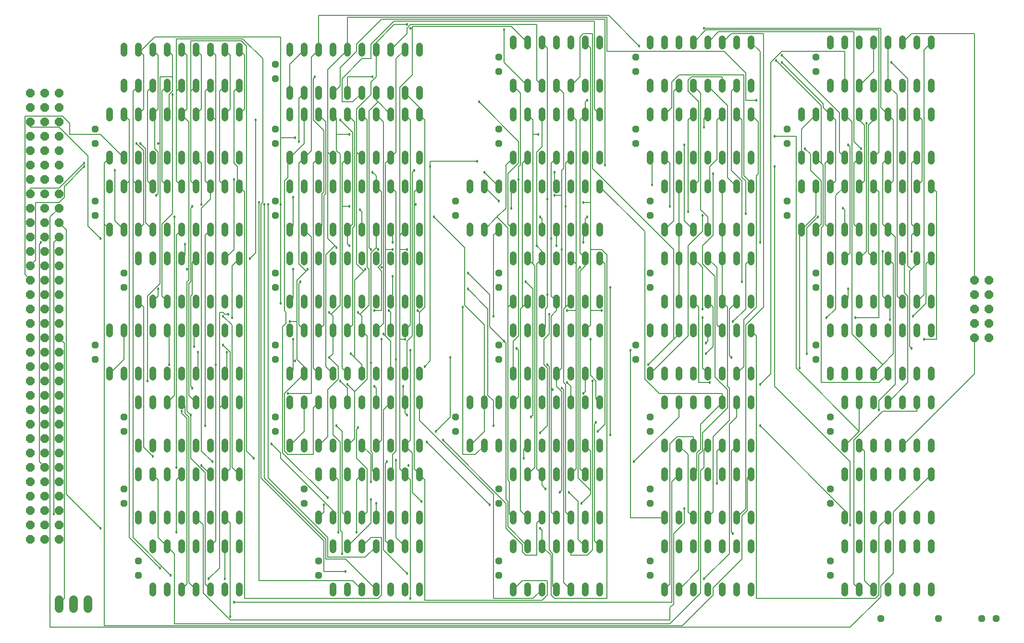
<source format=gbr>
G04 EAGLE Gerber RS-274X export*
G75*
%MOMM*%
%FSLAX34Y34*%
%LPD*%
%INTop Copper*%
%IPPOS*%
%AMOC8*
5,1,8,0,0,1.08239X$1,22.5*%
G01*
%ADD10C,1.219200*%
%ADD11P,1.319650X8X112.500000*%
%ADD12P,1.649562X8X292.500000*%
%ADD13P,1.649562X8X202.500000*%
%ADD14P,1.319650X8X202.500000*%
%ADD15P,1.319650X8X22.500000*%
%ADD16C,1.524000*%
%ADD17C,0.127000*%
%ADD18C,0.457200*%


D10*
X1168400Y717804D02*
X1168400Y729996D01*
X1193800Y729996D02*
X1193800Y717804D01*
X1320800Y717804D02*
X1320800Y729996D01*
X1320800Y794004D02*
X1320800Y806196D01*
X1219200Y729996D02*
X1219200Y717804D01*
X1244600Y717804D02*
X1244600Y729996D01*
X1295400Y729996D02*
X1295400Y717804D01*
X1270000Y717804D02*
X1270000Y729996D01*
X1295400Y794004D02*
X1295400Y806196D01*
X1270000Y806196D02*
X1270000Y794004D01*
X1244600Y794004D02*
X1244600Y806196D01*
X1219200Y806196D02*
X1219200Y794004D01*
X1193800Y794004D02*
X1193800Y806196D01*
X1168400Y806196D02*
X1168400Y794004D01*
X1168400Y602996D02*
X1168400Y590804D01*
X1193800Y590804D02*
X1193800Y602996D01*
X1320800Y602996D02*
X1320800Y590804D01*
X1320800Y667004D02*
X1320800Y679196D01*
X1219200Y602996D02*
X1219200Y590804D01*
X1244600Y590804D02*
X1244600Y602996D01*
X1295400Y602996D02*
X1295400Y590804D01*
X1270000Y590804D02*
X1270000Y602996D01*
X1295400Y667004D02*
X1295400Y679196D01*
X1270000Y679196D02*
X1270000Y667004D01*
X1244600Y667004D02*
X1244600Y679196D01*
X1219200Y679196D02*
X1219200Y667004D01*
X1193800Y667004D02*
X1193800Y679196D01*
X1168400Y679196D02*
X1168400Y667004D01*
X1409700Y717804D02*
X1409700Y729996D01*
X1435100Y729996D02*
X1435100Y717804D01*
X1562100Y717804D02*
X1562100Y729996D01*
X1587500Y729996D02*
X1587500Y717804D01*
X1460500Y717804D02*
X1460500Y729996D01*
X1485900Y729996D02*
X1485900Y717804D01*
X1536700Y717804D02*
X1536700Y729996D01*
X1511300Y729996D02*
X1511300Y717804D01*
X1612900Y717804D02*
X1612900Y729996D01*
X1638300Y729996D02*
X1638300Y717804D01*
X1638300Y794004D02*
X1638300Y806196D01*
X1612900Y806196D02*
X1612900Y794004D01*
X1587500Y794004D02*
X1587500Y806196D01*
X1562100Y806196D02*
X1562100Y794004D01*
X1536700Y794004D02*
X1536700Y806196D01*
X1511300Y806196D02*
X1511300Y794004D01*
X1485900Y794004D02*
X1485900Y806196D01*
X1460500Y806196D02*
X1460500Y794004D01*
X1435100Y794004D02*
X1435100Y806196D01*
X1409700Y806196D02*
X1409700Y794004D01*
X241300Y602996D02*
X241300Y590804D01*
X266700Y590804D02*
X266700Y602996D01*
X393700Y602996D02*
X393700Y590804D01*
X419100Y590804D02*
X419100Y602996D01*
X292100Y602996D02*
X292100Y590804D01*
X317500Y590804D02*
X317500Y602996D01*
X368300Y602996D02*
X368300Y590804D01*
X342900Y590804D02*
X342900Y602996D01*
X419100Y667004D02*
X419100Y679196D01*
X393700Y679196D02*
X393700Y667004D01*
X368300Y667004D02*
X368300Y679196D01*
X342900Y679196D02*
X342900Y667004D01*
X317500Y667004D02*
X317500Y679196D01*
X292100Y679196D02*
X292100Y667004D01*
X266700Y667004D02*
X266700Y679196D01*
X241300Y679196D02*
X241300Y667004D01*
X266700Y94996D02*
X266700Y82804D01*
X292100Y82804D02*
X292100Y94996D01*
X419100Y94996D02*
X419100Y82804D01*
X419100Y159004D02*
X419100Y171196D01*
X317500Y94996D02*
X317500Y82804D01*
X342900Y82804D02*
X342900Y94996D01*
X393700Y94996D02*
X393700Y82804D01*
X368300Y82804D02*
X368300Y94996D01*
X393700Y159004D02*
X393700Y171196D01*
X368300Y171196D02*
X368300Y159004D01*
X342900Y159004D02*
X342900Y171196D01*
X317500Y171196D02*
X317500Y159004D01*
X292100Y159004D02*
X292100Y171196D01*
X266700Y171196D02*
X266700Y159004D01*
X190500Y463804D02*
X190500Y475996D01*
X215900Y475996D02*
X215900Y463804D01*
X342900Y463804D02*
X342900Y475996D01*
X368300Y475996D02*
X368300Y463804D01*
X241300Y463804D02*
X241300Y475996D01*
X266700Y475996D02*
X266700Y463804D01*
X317500Y463804D02*
X317500Y475996D01*
X292100Y475996D02*
X292100Y463804D01*
X393700Y463804D02*
X393700Y475996D01*
X419100Y475996D02*
X419100Y463804D01*
X419100Y540004D02*
X419100Y552196D01*
X393700Y552196D02*
X393700Y540004D01*
X368300Y540004D02*
X368300Y552196D01*
X342900Y552196D02*
X342900Y540004D01*
X317500Y540004D02*
X317500Y552196D01*
X292100Y552196D02*
X292100Y540004D01*
X266700Y540004D02*
X266700Y552196D01*
X241300Y552196D02*
X241300Y540004D01*
X215900Y540004D02*
X215900Y552196D01*
X190500Y552196D02*
X190500Y540004D01*
X508000Y475996D02*
X508000Y463804D01*
X533400Y463804D02*
X533400Y475996D01*
X660400Y475996D02*
X660400Y463804D01*
X685800Y463804D02*
X685800Y475996D01*
X558800Y475996D02*
X558800Y463804D01*
X584200Y463804D02*
X584200Y475996D01*
X635000Y475996D02*
X635000Y463804D01*
X609600Y463804D02*
X609600Y475996D01*
X711200Y475996D02*
X711200Y463804D01*
X736600Y463804D02*
X736600Y475996D01*
X736600Y540004D02*
X736600Y552196D01*
X711200Y552196D02*
X711200Y540004D01*
X685800Y540004D02*
X685800Y552196D01*
X660400Y552196D02*
X660400Y540004D01*
X635000Y540004D02*
X635000Y552196D01*
X609600Y552196D02*
X609600Y540004D01*
X584200Y540004D02*
X584200Y552196D01*
X558800Y552196D02*
X558800Y540004D01*
X533400Y540004D02*
X533400Y552196D01*
X508000Y552196D02*
X508000Y540004D01*
X508000Y844804D02*
X508000Y856996D01*
X533400Y856996D02*
X533400Y844804D01*
X660400Y844804D02*
X660400Y856996D01*
X685800Y856996D02*
X685800Y844804D01*
X558800Y844804D02*
X558800Y856996D01*
X584200Y856996D02*
X584200Y844804D01*
X635000Y844804D02*
X635000Y856996D01*
X609600Y856996D02*
X609600Y844804D01*
X711200Y844804D02*
X711200Y856996D01*
X736600Y856996D02*
X736600Y844804D01*
X736600Y921004D02*
X736600Y933196D01*
X711200Y933196D02*
X711200Y921004D01*
X685800Y921004D02*
X685800Y933196D01*
X660400Y933196D02*
X660400Y921004D01*
X635000Y921004D02*
X635000Y933196D01*
X609600Y933196D02*
X609600Y921004D01*
X584200Y921004D02*
X584200Y933196D01*
X558800Y933196D02*
X558800Y921004D01*
X533400Y921004D02*
X533400Y933196D01*
X508000Y933196D02*
X508000Y921004D01*
X825500Y729996D02*
X825500Y717804D01*
X850900Y717804D02*
X850900Y729996D01*
X977900Y729996D02*
X977900Y717804D01*
X1003300Y717804D02*
X1003300Y729996D01*
X876300Y729996D02*
X876300Y717804D01*
X901700Y717804D02*
X901700Y729996D01*
X952500Y729996D02*
X952500Y717804D01*
X927100Y717804D02*
X927100Y729996D01*
X1028700Y729996D02*
X1028700Y717804D01*
X1054100Y717804D02*
X1054100Y729996D01*
X1054100Y794004D02*
X1054100Y806196D01*
X1028700Y806196D02*
X1028700Y794004D01*
X1003300Y794004D02*
X1003300Y806196D01*
X977900Y806196D02*
X977900Y794004D01*
X952500Y794004D02*
X952500Y806196D01*
X927100Y806196D02*
X927100Y794004D01*
X901700Y794004D02*
X901700Y806196D01*
X876300Y806196D02*
X876300Y794004D01*
X850900Y794004D02*
X850900Y806196D01*
X825500Y806196D02*
X825500Y794004D01*
X508000Y602996D02*
X508000Y590804D01*
X533400Y590804D02*
X533400Y602996D01*
X660400Y602996D02*
X660400Y590804D01*
X685800Y590804D02*
X685800Y602996D01*
X558800Y602996D02*
X558800Y590804D01*
X584200Y590804D02*
X584200Y602996D01*
X635000Y602996D02*
X635000Y590804D01*
X609600Y590804D02*
X609600Y602996D01*
X711200Y602996D02*
X711200Y590804D01*
X736600Y590804D02*
X736600Y602996D01*
X736600Y667004D02*
X736600Y679196D01*
X711200Y679196D02*
X711200Y667004D01*
X685800Y667004D02*
X685800Y679196D01*
X660400Y679196D02*
X660400Y667004D01*
X635000Y667004D02*
X635000Y679196D01*
X609600Y679196D02*
X609600Y667004D01*
X584200Y667004D02*
X584200Y679196D01*
X558800Y679196D02*
X558800Y667004D01*
X533400Y667004D02*
X533400Y679196D01*
X508000Y679196D02*
X508000Y667004D01*
X508000Y717804D02*
X508000Y729996D01*
X533400Y729996D02*
X533400Y717804D01*
X660400Y717804D02*
X660400Y729996D01*
X685800Y729996D02*
X685800Y717804D01*
X558800Y717804D02*
X558800Y729996D01*
X584200Y729996D02*
X584200Y717804D01*
X635000Y717804D02*
X635000Y729996D01*
X609600Y729996D02*
X609600Y717804D01*
X711200Y717804D02*
X711200Y729996D01*
X736600Y729996D02*
X736600Y717804D01*
X736600Y794004D02*
X736600Y806196D01*
X711200Y806196D02*
X711200Y794004D01*
X685800Y794004D02*
X685800Y806196D01*
X660400Y806196D02*
X660400Y794004D01*
X635000Y794004D02*
X635000Y806196D01*
X609600Y806196D02*
X609600Y794004D01*
X584200Y794004D02*
X584200Y806196D01*
X558800Y806196D02*
X558800Y794004D01*
X533400Y794004D02*
X533400Y806196D01*
X508000Y806196D02*
X508000Y794004D01*
X241300Y348996D02*
X241300Y336804D01*
X266700Y336804D02*
X266700Y348996D01*
X393700Y348996D02*
X393700Y336804D01*
X419100Y336804D02*
X419100Y348996D01*
X292100Y348996D02*
X292100Y336804D01*
X317500Y336804D02*
X317500Y348996D01*
X368300Y348996D02*
X368300Y336804D01*
X342900Y336804D02*
X342900Y348996D01*
X419100Y413004D02*
X419100Y425196D01*
X393700Y425196D02*
X393700Y413004D01*
X368300Y413004D02*
X368300Y425196D01*
X342900Y425196D02*
X342900Y413004D01*
X317500Y413004D02*
X317500Y425196D01*
X292100Y425196D02*
X292100Y413004D01*
X266700Y413004D02*
X266700Y425196D01*
X241300Y425196D02*
X241300Y413004D01*
X558800Y221996D02*
X558800Y209804D01*
X584200Y209804D02*
X584200Y221996D01*
X711200Y221996D02*
X711200Y209804D01*
X736600Y209804D02*
X736600Y221996D01*
X609600Y221996D02*
X609600Y209804D01*
X635000Y209804D02*
X635000Y221996D01*
X685800Y221996D02*
X685800Y209804D01*
X660400Y209804D02*
X660400Y221996D01*
X736600Y286004D02*
X736600Y298196D01*
X711200Y298196D02*
X711200Y286004D01*
X685800Y286004D02*
X685800Y298196D01*
X660400Y298196D02*
X660400Y286004D01*
X635000Y286004D02*
X635000Y298196D01*
X609600Y298196D02*
X609600Y286004D01*
X584200Y286004D02*
X584200Y298196D01*
X558800Y298196D02*
X558800Y286004D01*
X1168400Y221996D02*
X1168400Y209804D01*
X1193800Y209804D02*
X1193800Y221996D01*
X1320800Y221996D02*
X1320800Y209804D01*
X1320800Y286004D02*
X1320800Y298196D01*
X1219200Y221996D02*
X1219200Y209804D01*
X1244600Y209804D02*
X1244600Y221996D01*
X1295400Y221996D02*
X1295400Y209804D01*
X1270000Y209804D02*
X1270000Y221996D01*
X1295400Y286004D02*
X1295400Y298196D01*
X1270000Y298196D02*
X1270000Y286004D01*
X1244600Y286004D02*
X1244600Y298196D01*
X1219200Y298196D02*
X1219200Y286004D01*
X1193800Y286004D02*
X1193800Y298196D01*
X1168400Y298196D02*
X1168400Y286004D01*
X1485900Y94996D02*
X1485900Y82804D01*
X1511300Y82804D02*
X1511300Y94996D01*
X1638300Y94996D02*
X1638300Y82804D01*
X1638300Y159004D02*
X1638300Y171196D01*
X1536700Y94996D02*
X1536700Y82804D01*
X1562100Y82804D02*
X1562100Y94996D01*
X1612900Y94996D02*
X1612900Y82804D01*
X1587500Y82804D02*
X1587500Y94996D01*
X1612900Y159004D02*
X1612900Y171196D01*
X1587500Y171196D02*
X1587500Y159004D01*
X1562100Y159004D02*
X1562100Y171196D01*
X1536700Y171196D02*
X1536700Y159004D01*
X1511300Y159004D02*
X1511300Y171196D01*
X1485900Y171196D02*
X1485900Y159004D01*
X241300Y209804D02*
X241300Y221996D01*
X266700Y221996D02*
X266700Y209804D01*
X393700Y209804D02*
X393700Y221996D01*
X419100Y221996D02*
X419100Y209804D01*
X292100Y209804D02*
X292100Y221996D01*
X317500Y221996D02*
X317500Y209804D01*
X368300Y209804D02*
X368300Y221996D01*
X342900Y221996D02*
X342900Y209804D01*
X419100Y286004D02*
X419100Y298196D01*
X393700Y298196D02*
X393700Y286004D01*
X368300Y286004D02*
X368300Y298196D01*
X342900Y298196D02*
X342900Y286004D01*
X317500Y286004D02*
X317500Y298196D01*
X292100Y298196D02*
X292100Y286004D01*
X266700Y286004D02*
X266700Y298196D01*
X241300Y298196D02*
X241300Y286004D01*
X584200Y94996D02*
X584200Y82804D01*
X609600Y82804D02*
X609600Y94996D01*
X736600Y94996D02*
X736600Y82804D01*
X736600Y159004D02*
X736600Y171196D01*
X635000Y94996D02*
X635000Y82804D01*
X660400Y82804D02*
X660400Y94996D01*
X711200Y94996D02*
X711200Y82804D01*
X685800Y82804D02*
X685800Y94996D01*
X711200Y159004D02*
X711200Y171196D01*
X685800Y171196D02*
X685800Y159004D01*
X660400Y159004D02*
X660400Y171196D01*
X635000Y171196D02*
X635000Y159004D01*
X609600Y159004D02*
X609600Y171196D01*
X584200Y171196D02*
X584200Y159004D01*
X215900Y971804D02*
X215900Y983996D01*
X241300Y983996D02*
X241300Y971804D01*
X266700Y971804D02*
X266700Y983996D01*
X292100Y983996D02*
X292100Y971804D01*
X317500Y971804D02*
X317500Y983996D01*
X342900Y983996D02*
X342900Y971804D01*
X368300Y971804D02*
X368300Y983996D01*
X393700Y983996D02*
X393700Y971804D01*
X419100Y971804D02*
X419100Y983996D01*
X215900Y1035304D02*
X215900Y1047496D01*
X241300Y1047496D02*
X241300Y1035304D01*
X266700Y1035304D02*
X266700Y1047496D01*
X292100Y1047496D02*
X292100Y1035304D01*
X317500Y1035304D02*
X317500Y1047496D01*
X342900Y1047496D02*
X342900Y1035304D01*
X368300Y1035304D02*
X368300Y1047496D01*
X393700Y1047496D02*
X393700Y1035304D01*
X419100Y1035304D02*
X419100Y1047496D01*
X190500Y856996D02*
X190500Y844804D01*
X215900Y844804D02*
X215900Y856996D01*
X342900Y856996D02*
X342900Y844804D01*
X368300Y844804D02*
X368300Y856996D01*
X241300Y856996D02*
X241300Y844804D01*
X266700Y844804D02*
X266700Y856996D01*
X317500Y856996D02*
X317500Y844804D01*
X292100Y844804D02*
X292100Y856996D01*
X393700Y856996D02*
X393700Y844804D01*
X419100Y844804D02*
X419100Y856996D01*
X419100Y921004D02*
X419100Y933196D01*
X393700Y933196D02*
X393700Y921004D01*
X368300Y921004D02*
X368300Y933196D01*
X342900Y933196D02*
X342900Y921004D01*
X317500Y921004D02*
X317500Y933196D01*
X292100Y933196D02*
X292100Y921004D01*
X266700Y921004D02*
X266700Y933196D01*
X241300Y933196D02*
X241300Y921004D01*
X215900Y921004D02*
X215900Y933196D01*
X190500Y933196D02*
X190500Y921004D01*
X190500Y729996D02*
X190500Y717804D01*
X215900Y717804D02*
X215900Y729996D01*
X342900Y729996D02*
X342900Y717804D01*
X368300Y717804D02*
X368300Y729996D01*
X241300Y729996D02*
X241300Y717804D01*
X266700Y717804D02*
X266700Y729996D01*
X317500Y729996D02*
X317500Y717804D01*
X292100Y717804D02*
X292100Y729996D01*
X393700Y729996D02*
X393700Y717804D01*
X419100Y717804D02*
X419100Y729996D01*
X419100Y794004D02*
X419100Y806196D01*
X393700Y806196D02*
X393700Y794004D01*
X368300Y794004D02*
X368300Y806196D01*
X342900Y806196D02*
X342900Y794004D01*
X317500Y794004D02*
X317500Y806196D01*
X292100Y806196D02*
X292100Y794004D01*
X266700Y794004D02*
X266700Y806196D01*
X241300Y806196D02*
X241300Y794004D01*
X215900Y794004D02*
X215900Y806196D01*
X190500Y806196D02*
X190500Y794004D01*
X1143000Y844804D02*
X1143000Y856996D01*
X1168400Y856996D02*
X1168400Y844804D01*
X1295400Y844804D02*
X1295400Y856996D01*
X1320800Y856996D02*
X1320800Y844804D01*
X1193800Y844804D02*
X1193800Y856996D01*
X1219200Y856996D02*
X1219200Y844804D01*
X1270000Y844804D02*
X1270000Y856996D01*
X1244600Y856996D02*
X1244600Y844804D01*
X1320800Y921004D02*
X1320800Y933196D01*
X1295400Y933196D02*
X1295400Y921004D01*
X1270000Y921004D02*
X1270000Y933196D01*
X1244600Y933196D02*
X1244600Y921004D01*
X1219200Y921004D02*
X1219200Y933196D01*
X1193800Y933196D02*
X1193800Y921004D01*
X1168400Y921004D02*
X1168400Y933196D01*
X1143000Y933196D02*
X1143000Y921004D01*
X1143000Y475996D02*
X1143000Y463804D01*
X1168400Y463804D02*
X1168400Y475996D01*
X1295400Y475996D02*
X1295400Y463804D01*
X1320800Y463804D02*
X1320800Y475996D01*
X1193800Y475996D02*
X1193800Y463804D01*
X1219200Y463804D02*
X1219200Y475996D01*
X1270000Y475996D02*
X1270000Y463804D01*
X1244600Y463804D02*
X1244600Y475996D01*
X1320800Y540004D02*
X1320800Y552196D01*
X1295400Y552196D02*
X1295400Y540004D01*
X1270000Y540004D02*
X1270000Y552196D01*
X1244600Y552196D02*
X1244600Y540004D01*
X1219200Y540004D02*
X1219200Y552196D01*
X1193800Y552196D02*
X1193800Y540004D01*
X1168400Y540004D02*
X1168400Y552196D01*
X1143000Y552196D02*
X1143000Y540004D01*
X1143000Y971804D02*
X1143000Y983996D01*
X1168400Y983996D02*
X1168400Y971804D01*
X1295400Y971804D02*
X1295400Y983996D01*
X1320800Y983996D02*
X1320800Y971804D01*
X1193800Y971804D02*
X1193800Y983996D01*
X1219200Y983996D02*
X1219200Y971804D01*
X1270000Y971804D02*
X1270000Y983996D01*
X1244600Y983996D02*
X1244600Y971804D01*
X1320800Y1048004D02*
X1320800Y1060196D01*
X1295400Y1060196D02*
X1295400Y1048004D01*
X1270000Y1048004D02*
X1270000Y1060196D01*
X1244600Y1060196D02*
X1244600Y1048004D01*
X1219200Y1048004D02*
X1219200Y1060196D01*
X1193800Y1060196D02*
X1193800Y1048004D01*
X1168400Y1048004D02*
X1168400Y1060196D01*
X1143000Y1060196D02*
X1143000Y1048004D01*
X1460500Y602996D02*
X1460500Y590804D01*
X1485900Y590804D02*
X1485900Y602996D01*
X1612900Y602996D02*
X1612900Y590804D01*
X1638300Y590804D02*
X1638300Y602996D01*
X1511300Y602996D02*
X1511300Y590804D01*
X1536700Y590804D02*
X1536700Y602996D01*
X1587500Y602996D02*
X1587500Y590804D01*
X1562100Y590804D02*
X1562100Y602996D01*
X1638300Y667004D02*
X1638300Y679196D01*
X1612900Y679196D02*
X1612900Y667004D01*
X1587500Y667004D02*
X1587500Y679196D01*
X1562100Y679196D02*
X1562100Y667004D01*
X1536700Y667004D02*
X1536700Y679196D01*
X1511300Y679196D02*
X1511300Y667004D01*
X1485900Y667004D02*
X1485900Y679196D01*
X1460500Y679196D02*
X1460500Y667004D01*
X1409700Y844804D02*
X1409700Y856996D01*
X1435100Y856996D02*
X1435100Y844804D01*
X1562100Y844804D02*
X1562100Y856996D01*
X1587500Y856996D02*
X1587500Y844804D01*
X1460500Y844804D02*
X1460500Y856996D01*
X1485900Y856996D02*
X1485900Y844804D01*
X1536700Y844804D02*
X1536700Y856996D01*
X1511300Y856996D02*
X1511300Y844804D01*
X1612900Y844804D02*
X1612900Y856996D01*
X1638300Y856996D02*
X1638300Y844804D01*
X1638300Y921004D02*
X1638300Y933196D01*
X1612900Y933196D02*
X1612900Y921004D01*
X1587500Y921004D02*
X1587500Y933196D01*
X1562100Y933196D02*
X1562100Y921004D01*
X1536700Y921004D02*
X1536700Y933196D01*
X1511300Y933196D02*
X1511300Y921004D01*
X1485900Y921004D02*
X1485900Y933196D01*
X1460500Y933196D02*
X1460500Y921004D01*
X1435100Y921004D02*
X1435100Y933196D01*
X1409700Y933196D02*
X1409700Y921004D01*
X1460500Y971804D02*
X1460500Y983996D01*
X1485900Y983996D02*
X1485900Y971804D01*
X1612900Y971804D02*
X1612900Y983996D01*
X1638300Y983996D02*
X1638300Y971804D01*
X1511300Y971804D02*
X1511300Y983996D01*
X1536700Y983996D02*
X1536700Y971804D01*
X1587500Y971804D02*
X1587500Y983996D01*
X1562100Y983996D02*
X1562100Y971804D01*
X1638300Y1048004D02*
X1638300Y1060196D01*
X1612900Y1060196D02*
X1612900Y1048004D01*
X1587500Y1048004D02*
X1587500Y1060196D01*
X1562100Y1060196D02*
X1562100Y1048004D01*
X1536700Y1048004D02*
X1536700Y1060196D01*
X1511300Y1060196D02*
X1511300Y1048004D01*
X1485900Y1048004D02*
X1485900Y1060196D01*
X1460500Y1060196D02*
X1460500Y1048004D01*
D11*
X876300Y495300D03*
X876300Y520700D03*
X1143000Y114300D03*
X1143000Y139700D03*
X215900Y622300D03*
X215900Y647700D03*
X1384300Y876300D03*
X1384300Y901700D03*
X1117600Y495300D03*
X1117600Y520700D03*
X1143000Y368300D03*
X1143000Y393700D03*
X241300Y114300D03*
X241300Y139700D03*
X482600Y495300D03*
X482600Y520700D03*
X215900Y241300D03*
X215900Y266700D03*
X1117600Y876300D03*
X1117600Y901700D03*
X800100Y749300D03*
X800100Y774700D03*
X1460500Y368300D03*
X1460500Y393700D03*
X1435100Y1003300D03*
X1435100Y1028700D03*
X1117600Y1003300D03*
X1117600Y1028700D03*
X1460500Y241300D03*
X1460500Y266700D03*
X482600Y368300D03*
X482600Y393700D03*
X215900Y368300D03*
X215900Y393700D03*
X482600Y876300D03*
X482600Y901700D03*
X876300Y1003300D03*
X876300Y1028700D03*
X1143000Y241300D03*
X1143000Y266700D03*
X876300Y876300D03*
X876300Y901700D03*
X1460500Y114300D03*
X1460500Y139700D03*
X533400Y241300D03*
X533400Y266700D03*
X165100Y749300D03*
X165100Y774700D03*
X165100Y876300D03*
X165100Y901700D03*
X1384300Y749300D03*
X1384300Y774700D03*
X1435100Y622300D03*
X1435100Y647700D03*
X1143000Y749300D03*
X1143000Y774700D03*
X1143000Y622300D03*
X1143000Y647700D03*
X1435100Y495300D03*
X1435100Y520700D03*
X876300Y241300D03*
X876300Y266700D03*
X876300Y114300D03*
X876300Y139700D03*
X558800Y114300D03*
X558800Y139700D03*
X482600Y990600D03*
X482600Y1016000D03*
X876300Y622300D03*
X876300Y647700D03*
X165100Y495300D03*
X165100Y520700D03*
X800100Y368300D03*
X800100Y393700D03*
D10*
X901700Y221996D02*
X901700Y209804D01*
X927100Y209804D02*
X927100Y221996D01*
X1054100Y221996D02*
X1054100Y209804D01*
X1054100Y286004D02*
X1054100Y298196D01*
X952500Y221996D02*
X952500Y209804D01*
X977900Y209804D02*
X977900Y221996D01*
X1028700Y221996D02*
X1028700Y209804D01*
X1003300Y209804D02*
X1003300Y221996D01*
X1028700Y286004D02*
X1028700Y298196D01*
X1003300Y298196D02*
X1003300Y286004D01*
X977900Y286004D02*
X977900Y298196D01*
X952500Y298196D02*
X952500Y286004D01*
X927100Y286004D02*
X927100Y298196D01*
X901700Y298196D02*
X901700Y286004D01*
X901700Y94996D02*
X901700Y82804D01*
X927100Y82804D02*
X927100Y94996D01*
X1054100Y94996D02*
X1054100Y82804D01*
X1054100Y159004D02*
X1054100Y171196D01*
X952500Y94996D02*
X952500Y82804D01*
X977900Y82804D02*
X977900Y94996D01*
X1028700Y94996D02*
X1028700Y82804D01*
X1003300Y82804D02*
X1003300Y94996D01*
X1028700Y159004D02*
X1028700Y171196D01*
X1003300Y171196D02*
X1003300Y159004D01*
X977900Y159004D02*
X977900Y171196D01*
X952500Y171196D02*
X952500Y159004D01*
X927100Y159004D02*
X927100Y171196D01*
X901700Y171196D02*
X901700Y159004D01*
X901700Y844804D02*
X901700Y856996D01*
X927100Y856996D02*
X927100Y844804D01*
X1054100Y844804D02*
X1054100Y856996D01*
X1054100Y921004D02*
X1054100Y933196D01*
X952500Y856996D02*
X952500Y844804D01*
X977900Y844804D02*
X977900Y856996D01*
X1028700Y856996D02*
X1028700Y844804D01*
X1003300Y844804D02*
X1003300Y856996D01*
X1028700Y921004D02*
X1028700Y933196D01*
X1003300Y933196D02*
X1003300Y921004D01*
X977900Y921004D02*
X977900Y933196D01*
X952500Y933196D02*
X952500Y921004D01*
X927100Y921004D02*
X927100Y933196D01*
X901700Y933196D02*
X901700Y921004D01*
X508000Y348996D02*
X508000Y336804D01*
X533400Y336804D02*
X533400Y348996D01*
X660400Y348996D02*
X660400Y336804D01*
X685800Y336804D02*
X685800Y348996D01*
X558800Y348996D02*
X558800Y336804D01*
X584200Y336804D02*
X584200Y348996D01*
X635000Y348996D02*
X635000Y336804D01*
X609600Y336804D02*
X609600Y348996D01*
X711200Y348996D02*
X711200Y336804D01*
X736600Y336804D02*
X736600Y348996D01*
X736600Y413004D02*
X736600Y425196D01*
X711200Y425196D02*
X711200Y413004D01*
X685800Y413004D02*
X685800Y425196D01*
X660400Y425196D02*
X660400Y413004D01*
X635000Y413004D02*
X635000Y425196D01*
X609600Y425196D02*
X609600Y413004D01*
X584200Y413004D02*
X584200Y425196D01*
X558800Y425196D02*
X558800Y413004D01*
X533400Y413004D02*
X533400Y425196D01*
X508000Y425196D02*
X508000Y413004D01*
X825500Y348996D02*
X825500Y336804D01*
X850900Y336804D02*
X850900Y348996D01*
X977900Y348996D02*
X977900Y336804D01*
X1003300Y336804D02*
X1003300Y348996D01*
X876300Y348996D02*
X876300Y336804D01*
X901700Y336804D02*
X901700Y348996D01*
X952500Y348996D02*
X952500Y336804D01*
X927100Y336804D02*
X927100Y348996D01*
X1028700Y348996D02*
X1028700Y336804D01*
X1054100Y336804D02*
X1054100Y348996D01*
X1054100Y413004D02*
X1054100Y425196D01*
X1028700Y425196D02*
X1028700Y413004D01*
X1003300Y413004D02*
X1003300Y425196D01*
X977900Y425196D02*
X977900Y413004D01*
X952500Y413004D02*
X952500Y425196D01*
X927100Y425196D02*
X927100Y413004D01*
X901700Y413004D02*
X901700Y425196D01*
X876300Y425196D02*
X876300Y413004D01*
X850900Y413004D02*
X850900Y425196D01*
X825500Y425196D02*
X825500Y413004D01*
X508000Y959104D02*
X508000Y971296D01*
X533400Y971296D02*
X533400Y959104D01*
X660400Y959104D02*
X660400Y971296D01*
X685800Y971296D02*
X685800Y959104D01*
X558800Y959104D02*
X558800Y971296D01*
X584200Y971296D02*
X584200Y959104D01*
X635000Y959104D02*
X635000Y971296D01*
X609600Y971296D02*
X609600Y959104D01*
X711200Y959104D02*
X711200Y971296D01*
X736600Y971296D02*
X736600Y959104D01*
X736600Y1035304D02*
X736600Y1047496D01*
X711200Y1047496D02*
X711200Y1035304D01*
X685800Y1035304D02*
X685800Y1047496D01*
X660400Y1047496D02*
X660400Y1035304D01*
X635000Y1035304D02*
X635000Y1047496D01*
X609600Y1047496D02*
X609600Y1035304D01*
X584200Y1035304D02*
X584200Y1047496D01*
X558800Y1047496D02*
X558800Y1035304D01*
X533400Y1035304D02*
X533400Y1047496D01*
X508000Y1047496D02*
X508000Y1035304D01*
X901700Y602996D02*
X901700Y590804D01*
X927100Y590804D02*
X927100Y602996D01*
X1054100Y602996D02*
X1054100Y590804D01*
X1054100Y667004D02*
X1054100Y679196D01*
X952500Y602996D02*
X952500Y590804D01*
X977900Y590804D02*
X977900Y602996D01*
X1028700Y602996D02*
X1028700Y590804D01*
X1003300Y590804D02*
X1003300Y602996D01*
X1028700Y667004D02*
X1028700Y679196D01*
X1003300Y679196D02*
X1003300Y667004D01*
X977900Y667004D02*
X977900Y679196D01*
X952500Y679196D02*
X952500Y667004D01*
X927100Y667004D02*
X927100Y679196D01*
X901700Y679196D02*
X901700Y667004D01*
X901700Y475996D02*
X901700Y463804D01*
X927100Y463804D02*
X927100Y475996D01*
X1054100Y475996D02*
X1054100Y463804D01*
X1054100Y540004D02*
X1054100Y552196D01*
X952500Y475996D02*
X952500Y463804D01*
X977900Y463804D02*
X977900Y475996D01*
X1028700Y475996D02*
X1028700Y463804D01*
X1003300Y463804D02*
X1003300Y475996D01*
X1028700Y540004D02*
X1028700Y552196D01*
X1003300Y552196D02*
X1003300Y540004D01*
X977900Y540004D02*
X977900Y552196D01*
X952500Y552196D02*
X952500Y540004D01*
X927100Y540004D02*
X927100Y552196D01*
X901700Y552196D02*
X901700Y540004D01*
X901700Y971804D02*
X901700Y983996D01*
X927100Y983996D02*
X927100Y971804D01*
X1054100Y971804D02*
X1054100Y983996D01*
X1054100Y1048004D02*
X1054100Y1060196D01*
X952500Y983996D02*
X952500Y971804D01*
X977900Y971804D02*
X977900Y983996D01*
X1028700Y983996D02*
X1028700Y971804D01*
X1003300Y971804D02*
X1003300Y983996D01*
X1028700Y1048004D02*
X1028700Y1060196D01*
X1003300Y1060196D02*
X1003300Y1048004D01*
X977900Y1048004D02*
X977900Y1060196D01*
X952500Y1060196D02*
X952500Y1048004D01*
X927100Y1048004D02*
X927100Y1060196D01*
X901700Y1060196D02*
X901700Y1048004D01*
X1485900Y221996D02*
X1485900Y209804D01*
X1511300Y209804D02*
X1511300Y221996D01*
X1638300Y221996D02*
X1638300Y209804D01*
X1638300Y286004D02*
X1638300Y298196D01*
X1536700Y221996D02*
X1536700Y209804D01*
X1562100Y209804D02*
X1562100Y221996D01*
X1612900Y221996D02*
X1612900Y209804D01*
X1587500Y209804D02*
X1587500Y221996D01*
X1612900Y286004D02*
X1612900Y298196D01*
X1587500Y298196D02*
X1587500Y286004D01*
X1562100Y286004D02*
X1562100Y298196D01*
X1536700Y298196D02*
X1536700Y286004D01*
X1511300Y286004D02*
X1511300Y298196D01*
X1485900Y298196D02*
X1485900Y286004D01*
X1485900Y336804D02*
X1485900Y348996D01*
X1511300Y348996D02*
X1511300Y336804D01*
X1638300Y336804D02*
X1638300Y348996D01*
X1638300Y413004D02*
X1638300Y425196D01*
X1536700Y348996D02*
X1536700Y336804D01*
X1562100Y336804D02*
X1562100Y348996D01*
X1612900Y348996D02*
X1612900Y336804D01*
X1587500Y336804D02*
X1587500Y348996D01*
X1612900Y413004D02*
X1612900Y425196D01*
X1587500Y425196D02*
X1587500Y413004D01*
X1562100Y413004D02*
X1562100Y425196D01*
X1536700Y425196D02*
X1536700Y413004D01*
X1511300Y413004D02*
X1511300Y425196D01*
X1485900Y425196D02*
X1485900Y413004D01*
X1168400Y348996D02*
X1168400Y336804D01*
X1193800Y336804D02*
X1193800Y348996D01*
X1320800Y348996D02*
X1320800Y336804D01*
X1320800Y413004D02*
X1320800Y425196D01*
X1219200Y348996D02*
X1219200Y336804D01*
X1244600Y336804D02*
X1244600Y348996D01*
X1295400Y348996D02*
X1295400Y336804D01*
X1270000Y336804D02*
X1270000Y348996D01*
X1295400Y413004D02*
X1295400Y425196D01*
X1270000Y425196D02*
X1270000Y413004D01*
X1244600Y413004D02*
X1244600Y425196D01*
X1219200Y425196D02*
X1219200Y413004D01*
X1193800Y413004D02*
X1193800Y425196D01*
X1168400Y425196D02*
X1168400Y413004D01*
X1168400Y94996D02*
X1168400Y82804D01*
X1193800Y82804D02*
X1193800Y94996D01*
X1320800Y94996D02*
X1320800Y82804D01*
X1320800Y159004D02*
X1320800Y171196D01*
X1219200Y94996D02*
X1219200Y82804D01*
X1244600Y82804D02*
X1244600Y94996D01*
X1295400Y94996D02*
X1295400Y82804D01*
X1270000Y82804D02*
X1270000Y94996D01*
X1295400Y159004D02*
X1295400Y171196D01*
X1270000Y171196D02*
X1270000Y159004D01*
X1244600Y159004D02*
X1244600Y171196D01*
X1219200Y171196D02*
X1219200Y159004D01*
X1193800Y159004D02*
X1193800Y171196D01*
X1168400Y171196D02*
X1168400Y159004D01*
X1460500Y463804D02*
X1460500Y475996D01*
X1485900Y475996D02*
X1485900Y463804D01*
X1612900Y463804D02*
X1612900Y475996D01*
X1638300Y475996D02*
X1638300Y463804D01*
X1511300Y463804D02*
X1511300Y475996D01*
X1536700Y475996D02*
X1536700Y463804D01*
X1587500Y463804D02*
X1587500Y475996D01*
X1562100Y475996D02*
X1562100Y463804D01*
X1638300Y540004D02*
X1638300Y552196D01*
X1612900Y552196D02*
X1612900Y540004D01*
X1587500Y540004D02*
X1587500Y552196D01*
X1562100Y552196D02*
X1562100Y540004D01*
X1536700Y540004D02*
X1536700Y552196D01*
X1511300Y552196D02*
X1511300Y540004D01*
X1485900Y540004D02*
X1485900Y552196D01*
X1460500Y552196D02*
X1460500Y540004D01*
D11*
X482600Y749300D03*
X482600Y774700D03*
X482600Y622300D03*
X482600Y647700D03*
D12*
X1714500Y635000D03*
X1714500Y609600D03*
X1714500Y584200D03*
X1714500Y558800D03*
X1714500Y533400D03*
X1739900Y635000D03*
X1739900Y609600D03*
X1739900Y584200D03*
X1739900Y558800D03*
X1739900Y533400D03*
D13*
X50800Y177800D03*
X50800Y203200D03*
X50800Y228600D03*
X50800Y254000D03*
X50800Y279400D03*
X50800Y304800D03*
X50800Y330200D03*
X50800Y355600D03*
X50800Y381000D03*
X50800Y406400D03*
X50800Y431800D03*
X50800Y457200D03*
X50800Y482600D03*
X50800Y508000D03*
X50800Y533400D03*
X50800Y558800D03*
X76200Y177800D03*
X76200Y203200D03*
X76200Y228600D03*
X76200Y254000D03*
X76200Y279400D03*
X76200Y304800D03*
X76200Y330200D03*
X76200Y355600D03*
X76200Y381000D03*
X76200Y406400D03*
X76200Y431800D03*
X76200Y457200D03*
X76200Y482600D03*
X76200Y508000D03*
X76200Y533400D03*
X76200Y558800D03*
X101600Y177800D03*
X101600Y203200D03*
X101600Y228600D03*
X101600Y254000D03*
X101600Y279400D03*
X101600Y304800D03*
X101600Y330200D03*
X101600Y355600D03*
X101600Y381000D03*
X101600Y406400D03*
X101600Y431800D03*
X101600Y457200D03*
X101600Y482600D03*
X101600Y508000D03*
X101600Y533400D03*
X101600Y558800D03*
X50800Y584200D03*
X50800Y609600D03*
X50800Y635000D03*
X50800Y660400D03*
X50800Y685800D03*
X50800Y711200D03*
X50800Y736600D03*
X50800Y762000D03*
X50800Y787400D03*
X50800Y812800D03*
X50800Y838200D03*
X50800Y863600D03*
X50800Y889000D03*
X50800Y914400D03*
X50800Y939800D03*
X50800Y965200D03*
X76200Y584200D03*
X76200Y609600D03*
X76200Y635000D03*
X76200Y660400D03*
X76200Y685800D03*
X76200Y711200D03*
X76200Y736600D03*
X76200Y762000D03*
X76200Y787400D03*
X76200Y812800D03*
X76200Y838200D03*
X76200Y863600D03*
X76200Y889000D03*
X76200Y914400D03*
X76200Y939800D03*
X76200Y965200D03*
X101600Y584200D03*
X101600Y609600D03*
X101600Y635000D03*
X101600Y660400D03*
X101600Y685800D03*
X101600Y711200D03*
X101600Y736600D03*
X101600Y762000D03*
X101600Y787400D03*
X101600Y812800D03*
X101600Y838200D03*
X101600Y863600D03*
X101600Y889000D03*
X101600Y914400D03*
X101600Y939800D03*
X101600Y965200D03*
D14*
X1752600Y38100D03*
X1727200Y38100D03*
D15*
X1549400Y38100D03*
X1651000Y38100D03*
D16*
X101600Y55880D02*
X101600Y71120D01*
X127000Y71120D02*
X127000Y55880D01*
X152400Y55880D02*
X152400Y71120D01*
D17*
X498475Y434975D02*
X533400Y469900D01*
X498475Y434975D02*
X498475Y333375D01*
X504825Y327025D01*
X549275Y327025D01*
X549275Y409575D01*
X558800Y419100D01*
X520700Y561975D02*
X508000Y561975D01*
X520700Y561975D02*
X520700Y495300D01*
X533400Y482600D01*
X533400Y469900D01*
X520700Y635000D02*
X536575Y650875D01*
X539750Y654050D01*
X520700Y635000D02*
X520700Y561975D01*
X1460500Y800100D02*
X1470025Y809625D01*
X1470025Y917575D01*
X1460500Y927100D01*
X546100Y863600D02*
X533400Y850900D01*
X546100Y863600D02*
X546100Y1028700D01*
X558800Y1041400D01*
X1447800Y939800D02*
X1460500Y927100D01*
X1447800Y939800D02*
X1447800Y946150D01*
X1374775Y1019175D01*
X1123950Y1047750D02*
X1069975Y1101725D01*
X558800Y1101725D01*
X558800Y1041400D01*
X523875Y663575D02*
X536575Y650875D01*
X523875Y663575D02*
X523875Y841375D01*
X533400Y850900D01*
D18*
X508000Y561975D03*
X539750Y654050D03*
X1374775Y1019175D03*
X1123950Y1047750D03*
D17*
X596900Y457200D02*
X609600Y444500D01*
X609600Y419100D01*
X295275Y542925D02*
X292100Y546100D01*
X295275Y542925D02*
X295275Y485775D01*
X1511300Y800100D02*
X1520825Y809625D01*
X1520825Y908050D01*
X1511300Y917575D01*
X1511300Y927100D01*
X584200Y850900D02*
X574675Y860425D01*
X574675Y1006475D01*
X609600Y1041400D01*
X574675Y708025D02*
X587375Y695325D01*
X590550Y692150D01*
X574675Y708025D02*
X574675Y860425D01*
X1311275Y952500D02*
X1330325Y952500D01*
X1311275Y952500D02*
X1311275Y1000125D01*
X1273175Y1038225D01*
X1066800Y1038225D01*
X1066800Y1098550D01*
X609600Y1098550D01*
X609600Y1041400D01*
X571500Y482600D02*
X584200Y469900D01*
X571500Y482600D02*
X571500Y679450D01*
X587375Y695325D01*
D18*
X596900Y457200D03*
X295275Y485775D03*
X590550Y692150D03*
X1330325Y952500D03*
D17*
X660400Y444500D02*
X657225Y447675D01*
X660400Y444500D02*
X660400Y419100D01*
X342900Y546100D02*
X339725Y542925D01*
X339725Y517525D01*
X622300Y498475D02*
X635000Y485775D01*
X622300Y498475D02*
X615950Y504825D01*
X635000Y485775D02*
X635000Y469900D01*
X622300Y635000D02*
X638175Y650875D01*
X641350Y654050D01*
X622300Y635000D02*
X622300Y498475D01*
X1562100Y800100D02*
X1571625Y809625D01*
X1571625Y917575D01*
X1562100Y927100D01*
X635000Y850900D02*
X625475Y860425D01*
X625475Y936625D01*
X650875Y962025D01*
X650875Y984250D01*
X660400Y993775D01*
X660400Y1041400D01*
X1549400Y939800D02*
X1562100Y927100D01*
X1549400Y939800D02*
X1549400Y1079500D01*
X1238250Y1079500D01*
X714375Y1085850D02*
X692150Y1085850D01*
X660400Y1054100D01*
X660400Y1041400D01*
X625475Y663575D02*
X638175Y650875D01*
X625475Y663575D02*
X625475Y860425D01*
D18*
X657225Y447675D03*
X339725Y517525D03*
X615950Y504825D03*
X641350Y654050D03*
X1238250Y1079500D03*
X714375Y1085850D03*
D17*
X1612900Y800100D02*
X1622425Y809625D01*
X1622425Y917575D01*
X1612900Y927100D01*
X685800Y527050D02*
X676275Y536575D01*
X673100Y539750D01*
X685800Y527050D02*
X685800Y469900D01*
X708025Y422275D02*
X711200Y419100D01*
X708025Y422275D02*
X708025Y447675D01*
X711200Y400050D02*
X714375Y396875D01*
X711200Y400050D02*
X711200Y419100D01*
X688975Y688975D02*
X676275Y688975D01*
X676275Y536575D01*
X676275Y841375D02*
X685800Y850900D01*
X676275Y841375D02*
X676275Y688975D01*
X695325Y1025525D02*
X711200Y1041400D01*
X695325Y1025525D02*
X695325Y860425D01*
X685800Y850900D01*
X1419225Y727075D02*
X1438275Y746125D01*
X1419225Y727075D02*
X1419225Y504825D01*
D18*
X673100Y539750D03*
X708025Y447675D03*
X714375Y396875D03*
X688975Y688975D03*
X1438275Y746125D03*
X1419225Y504825D03*
D17*
X1612900Y723900D02*
X1603375Y733425D01*
X1603375Y841375D01*
X1612900Y850900D01*
X736600Y939800D02*
X711200Y965200D01*
X736600Y939800D02*
X736600Y927100D01*
X396875Y473075D02*
X393700Y469900D01*
X396875Y473075D02*
X396875Y508000D01*
X711200Y342900D02*
X720725Y352425D01*
X720725Y511175D01*
X736600Y577850D02*
X733425Y581025D01*
X736600Y577850D02*
X736600Y546100D01*
X1028700Y342900D02*
X1038225Y333375D01*
X1038225Y263525D02*
X1038225Y257175D01*
X1038225Y263525D02*
X1038225Y333375D01*
X1038225Y257175D02*
X1022350Y241300D01*
X739775Y244475D02*
X723900Y260350D01*
X723900Y330200D01*
X711200Y342900D01*
X746125Y917575D02*
X736600Y927100D01*
X746125Y917575D02*
X746125Y587375D01*
X736600Y577850D01*
X1603375Y714375D02*
X1612900Y723900D01*
X1603375Y714375D02*
X1603375Y685800D01*
X1019175Y657225D02*
X1016000Y654050D01*
X1016000Y285750D01*
X1038225Y263525D01*
D18*
X396875Y508000D03*
X720725Y511175D03*
X733425Y581025D03*
X1022350Y241300D03*
X739775Y244475D03*
X1603375Y685800D03*
X1019175Y657225D03*
D17*
X663575Y949325D02*
X660400Y952500D01*
X663575Y949325D02*
X685800Y927100D01*
X660400Y952500D02*
X660400Y965200D01*
X346075Y473075D02*
X342900Y469900D01*
X346075Y473075D02*
X346075Y508000D01*
X682625Y581025D02*
X685800Y577850D01*
X685800Y546100D01*
X647700Y933450D02*
X663575Y949325D01*
X647700Y933450D02*
X647700Y692150D01*
X650875Y688975D01*
X1552575Y733425D02*
X1562100Y723900D01*
X1552575Y733425D02*
X1552575Y841375D01*
X1562100Y850900D01*
X1562100Y723900D02*
X1574800Y711200D01*
X1574800Y450850D01*
X1546225Y422275D01*
X1546225Y406400D01*
X669925Y352425D02*
X669925Y530225D01*
X669925Y352425D02*
X660400Y342900D01*
D18*
X346075Y508000D03*
X682625Y581025D03*
X650875Y688975D03*
X1546225Y406400D03*
X669925Y530225D03*
D17*
X1501775Y733425D02*
X1511300Y723900D01*
X1501775Y733425D02*
X1501775Y841375D01*
X1511300Y850900D01*
X622300Y355600D02*
X609600Y342900D01*
X622300Y355600D02*
X622300Y438150D01*
X644525Y460375D01*
X644525Y536575D01*
X635000Y546100D01*
X609600Y450850D02*
X622300Y438150D01*
X635000Y571500D02*
X631825Y574675D01*
X628650Y577850D01*
X635000Y571500D02*
X635000Y546100D01*
X920750Y336550D02*
X927100Y342900D01*
X920750Y336550D02*
X920750Y320675D01*
X644525Y917575D02*
X635000Y927100D01*
X644525Y917575D02*
X644525Y657225D01*
X647700Y654050D01*
X647700Y590550D01*
X631825Y574675D01*
X609600Y993775D02*
X654050Y993775D01*
X609600Y993775D02*
X609600Y965200D01*
D18*
X609600Y450850D03*
X628650Y577850D03*
X920750Y320675D03*
X654050Y993775D03*
D17*
X1450975Y733425D02*
X1460500Y723900D01*
X1450975Y733425D02*
X1450975Y841375D01*
X1460500Y850900D01*
X584200Y504825D02*
X577850Y498475D01*
X584200Y504825D02*
X584200Y546100D01*
X574675Y358775D02*
X558800Y342900D01*
X574675Y358775D02*
X574675Y441325D01*
X593725Y460375D01*
X593725Y482600D01*
X577850Y498475D01*
X584200Y571500D02*
X581025Y574675D01*
X577850Y577850D01*
X584200Y571500D02*
X584200Y546100D01*
X590550Y920750D02*
X584200Y927100D01*
X590550Y892175D02*
X590550Y863600D01*
X590550Y892175D02*
X590550Y920750D01*
X590550Y863600D02*
X596900Y857250D01*
X596900Y590550D01*
X581025Y574675D01*
X590550Y892175D02*
X612775Y892175D01*
D18*
X577850Y498475D03*
X577850Y577850D03*
X612775Y892175D03*
D17*
X1587500Y1054100D02*
X1603375Y1069975D01*
X1714500Y1069975D01*
X1714500Y635000D01*
X546100Y434975D02*
X504825Y434975D01*
X546100Y434975D02*
X546100Y711200D01*
X533400Y723900D01*
X1168400Y723900D02*
X1184275Y739775D01*
X1184275Y968375D01*
X1193800Y977900D01*
X889000Y762000D02*
X873125Y746125D01*
X850900Y723900D01*
X889000Y762000D02*
X889000Y838200D01*
X901700Y850900D01*
X895350Y222250D02*
X901700Y215900D01*
X895350Y222250D02*
X895350Y279400D01*
X892175Y282575D01*
X892175Y587375D01*
X901700Y596900D01*
X892175Y727075D02*
X873125Y746125D01*
X892175Y727075D02*
X892175Y587375D01*
D18*
X504825Y434975D03*
D17*
X968375Y444500D02*
X971550Y441325D01*
X968375Y444500D02*
X968375Y571500D01*
X977900Y581025D01*
X977900Y596900D01*
X968375Y225425D02*
X977900Y215900D01*
X968375Y225425D02*
X968375Y444500D01*
X968375Y841375D02*
X977900Y850900D01*
X968375Y708025D02*
X968375Y606425D01*
X968375Y708025D02*
X968375Y841375D01*
X968375Y606425D02*
X977900Y596900D01*
X1231900Y965200D02*
X1219200Y977900D01*
X1231900Y965200D02*
X1231900Y758825D01*
X1244600Y746125D01*
X1244600Y723900D01*
D18*
X971550Y441325D03*
X968375Y708025D03*
D17*
X1485900Y596900D02*
X1492250Y603250D01*
X1492250Y619125D01*
X1228725Y809625D02*
X1219200Y800100D01*
X1228725Y809625D02*
X1228725Y949325D01*
X1209675Y968375D01*
X1209675Y987425D01*
X1216025Y993775D01*
X1270000Y993775D01*
X1270000Y977900D01*
X942975Y301625D02*
X952500Y292100D01*
X942975Y301625D02*
X942975Y663575D01*
X952500Y673100D01*
X952500Y273050D02*
X958850Y266700D01*
X952500Y273050D02*
X952500Y292100D01*
X688975Y720725D02*
X685800Y723900D01*
X688975Y720725D02*
X688975Y701675D01*
X942975Y695325D02*
X952500Y685800D01*
X952500Y673100D01*
X1025525Y720725D02*
X1028700Y723900D01*
X1025525Y720725D02*
X1025525Y701675D01*
X952500Y869950D02*
X952500Y927100D01*
X952500Y869950D02*
X942975Y860425D01*
X942975Y695325D01*
X1028700Y742950D02*
X1031875Y746125D01*
X1028700Y742950D02*
X1028700Y723900D01*
D18*
X1492250Y619125D03*
X958850Y266700D03*
X688975Y701675D03*
X942975Y695325D03*
X1025525Y701675D03*
X1031875Y746125D03*
D17*
X727075Y301625D02*
X736600Y292100D01*
X727075Y768350D02*
X727075Y790575D01*
X727075Y768350D02*
X727075Y301625D01*
X727075Y790575D02*
X736600Y800100D01*
X917575Y104775D02*
X901700Y88900D01*
X917575Y104775D02*
X962025Y104775D01*
X962025Y79375D01*
X952500Y69850D01*
X746125Y69850D01*
X746125Y282575D01*
X736600Y292100D01*
X952500Y546100D02*
X958850Y552450D01*
X958850Y584200D01*
X962025Y587375D01*
X962025Y777875D02*
X962025Y1044575D01*
X962025Y777875D02*
X962025Y609600D01*
X962025Y587375D01*
X962025Y1044575D02*
X952500Y1054100D01*
X1285875Y968375D02*
X1295400Y977900D01*
X1285875Y968375D02*
X1285875Y828675D01*
X1304925Y809625D01*
X1304925Y631825D01*
X730250Y768350D02*
X727075Y768350D01*
D18*
X962025Y777875D03*
X1304925Y631825D03*
X962025Y609600D03*
X730250Y768350D03*
D17*
X688975Y295275D02*
X685800Y292100D01*
X688975Y295275D02*
X688975Y327025D01*
X695325Y333375D01*
X695325Y495300D02*
X695325Y790575D01*
X695325Y495300D02*
X695325Y333375D01*
X695325Y790575D02*
X685800Y800100D01*
X901700Y527050D02*
X901700Y469900D01*
X901700Y527050D02*
X911225Y536575D01*
X911225Y812800D02*
X911225Y835025D01*
X911225Y812800D02*
X911225Y536575D01*
X911225Y835025D02*
X914400Y838200D01*
X914400Y965200D01*
X901700Y977900D01*
X971550Y95250D02*
X977900Y88900D01*
X971550Y95250D02*
X971550Y152400D01*
X965200Y158750D01*
X965200Y482600D01*
X962025Y485775D01*
X1244600Y596900D02*
X1254125Y587375D01*
X1254125Y517525D01*
X1241425Y504825D01*
D18*
X962025Y485775D03*
X911225Y812800D03*
X695325Y495300D03*
X1241425Y504825D03*
D17*
X1562100Y977900D02*
X1562100Y1054100D01*
X1219200Y673100D02*
X1235075Y657225D01*
X1235075Y584200D01*
X1577975Y962025D02*
X1562100Y977900D01*
X1577975Y962025D02*
X1577975Y606425D01*
X1587500Y596900D01*
X968375Y149225D02*
X952500Y165100D01*
X968375Y149225D02*
X968375Y79375D01*
X974725Y73025D01*
X1066800Y73025D01*
X1066800Y679450D01*
X1057275Y688975D01*
X1038225Y688975D01*
X1038225Y581025D02*
X1038225Y555625D01*
X1038225Y581025D02*
X1038225Y688975D01*
X1038225Y555625D02*
X1028700Y546100D01*
X568325Y225425D02*
X558800Y215900D01*
X568325Y225425D02*
X568325Y238125D01*
X949325Y196850D02*
X952500Y193675D01*
X952500Y165100D01*
X1038225Y1044575D02*
X1028700Y1054100D01*
X1038225Y771525D02*
X1038225Y688975D01*
X1038225Y771525D02*
X1038225Y1044575D01*
X850900Y800100D02*
X876300Y774700D01*
X1025525Y771525D02*
X1038225Y771525D01*
X1038225Y581025D02*
X1057275Y581025D01*
D18*
X1235075Y584200D03*
X568325Y238125D03*
X949325Y196850D03*
X876300Y774700D03*
X1025525Y771525D03*
X1057275Y581025D03*
D17*
X914400Y228600D02*
X927100Y215900D01*
X914400Y228600D02*
X914400Y584200D01*
X917575Y587375D02*
X927100Y596900D01*
X917575Y587375D02*
X914400Y584200D01*
X917575Y841375D02*
X927100Y850900D01*
X917575Y841375D02*
X917575Y587375D01*
X250825Y936625D02*
X241300Y927100D01*
X250825Y936625D02*
X250825Y1031875D01*
X244475Y1038225D01*
X384175Y127000D02*
X365125Y107950D01*
X384175Y127000D02*
X384175Y409575D01*
X393700Y419100D01*
X393700Y574675D02*
X400050Y574675D01*
X393700Y574675D02*
X390525Y577850D01*
X384175Y577850D01*
X384175Y409575D01*
X492125Y593725D02*
X492125Y768350D01*
X244475Y1038225D02*
X269875Y1063625D01*
X492125Y1063625D01*
X492125Y885825D02*
X492125Y768350D01*
X492125Y885825D02*
X492125Y1063625D01*
X244475Y1038225D02*
X241300Y1041400D01*
X492125Y885825D02*
X517525Y885825D01*
D18*
X365125Y107950D03*
X400050Y574675D03*
X492125Y768350D03*
X492125Y593725D03*
X517525Y885825D03*
D17*
X993775Y225425D02*
X1003300Y215900D01*
X993775Y225425D02*
X993775Y450850D01*
X990600Y454025D01*
X990600Y584200D01*
X993775Y587375D02*
X1003300Y596900D01*
X993775Y587375D02*
X990600Y584200D01*
X993775Y841375D02*
X1003300Y850900D01*
X993775Y765175D02*
X993775Y587375D01*
X993775Y765175D02*
X993775Y841375D01*
X327025Y98425D02*
X317500Y88900D01*
X327025Y98425D02*
X327025Y390525D01*
X317500Y400050D01*
X317500Y403225D01*
X266700Y927100D02*
X276225Y936625D01*
X276225Y1031875D01*
X266700Y1041400D01*
X266700Y927100D02*
X269875Y923925D01*
X269875Y866775D01*
X276225Y860425D01*
X276225Y787400D01*
X273050Y784225D01*
X330200Y431800D02*
X342900Y419100D01*
X330200Y431800D02*
X330200Y628650D01*
X333375Y631825D01*
X333375Y762000D01*
X336550Y765175D01*
D18*
X317500Y403225D03*
X273050Y784225D03*
X336550Y765175D03*
X993775Y765175D03*
D17*
X295275Y930275D02*
X292100Y927100D01*
X295275Y930275D02*
X295275Y962025D01*
X301625Y968375D01*
X301625Y993775D02*
X301625Y1031875D01*
X301625Y993775D02*
X301625Y968375D01*
X301625Y1031875D02*
X292100Y1041400D01*
X330200Y101600D02*
X342900Y88900D01*
X330200Y101600D02*
X330200Y393700D01*
X323850Y400050D01*
X323850Y412750D01*
X317500Y419100D01*
X301625Y993775D02*
X279400Y993775D01*
X279400Y876300D02*
X279400Y628650D01*
X279400Y876300D02*
X279400Y993775D01*
X279400Y628650D02*
X257175Y606425D01*
X257175Y457200D01*
X657225Y581025D02*
X669925Y581025D01*
X669925Y650875D01*
X663575Y657225D01*
X669925Y663575D01*
X669925Y790575D01*
X660400Y800100D01*
X1012825Y301625D02*
X1003300Y292100D01*
X1012825Y581025D02*
X1012825Y663575D01*
X1012825Y581025D02*
X1012825Y301625D01*
X1012825Y663575D02*
X1003300Y673100D01*
X1012825Y917575D02*
X1003300Y927100D01*
X1012825Y917575D02*
X1012825Y663575D01*
X1012825Y581025D02*
X996950Y581025D01*
X279400Y876300D02*
X276225Y876300D01*
X654050Y825500D02*
X660400Y819150D01*
X660400Y800100D01*
D18*
X257175Y457200D03*
X657225Y581025D03*
X996950Y581025D03*
X276225Y876300D03*
X654050Y825500D03*
D17*
X327025Y936625D02*
X317500Y927100D01*
X327025Y936625D02*
X327025Y1031875D01*
X317500Y1041400D01*
X358775Y98425D02*
X368300Y88900D01*
X358775Y98425D02*
X358775Y295275D01*
X333375Y320675D01*
X333375Y396875D01*
X330200Y914400D02*
X317500Y927100D01*
X330200Y654050D02*
X330200Y635000D01*
X330200Y654050D02*
X330200Y914400D01*
X330200Y635000D02*
X327025Y631825D01*
X327025Y403225D01*
X333375Y396875D01*
X685800Y596900D02*
X688975Y600075D01*
X688975Y641350D01*
X939800Y304800D02*
X927100Y292100D01*
X939800Y304800D02*
X939800Y660400D01*
X936625Y663575D02*
X927100Y673100D01*
X936625Y663575D02*
X939800Y660400D01*
X936625Y917575D02*
X927100Y927100D01*
X936625Y892175D02*
X936625Y663575D01*
X936625Y892175D02*
X936625Y917575D01*
X1238250Y920750D02*
X1244600Y927100D01*
X1238250Y920750D02*
X1238250Y904875D01*
X946150Y892175D02*
X936625Y892175D01*
X330200Y654050D02*
X327025Y654050D01*
D18*
X333375Y396875D03*
X688975Y641350D03*
X1238250Y904875D03*
X946150Y892175D03*
X327025Y654050D03*
D17*
X393700Y165100D02*
X393700Y107950D01*
X342900Y927100D02*
X352425Y936625D01*
X352425Y1031875D01*
X342900Y1041400D01*
X701675Y301625D02*
X711200Y292100D01*
X701675Y688975D02*
X701675Y714375D01*
X701675Y688975D02*
X701675Y530225D01*
X701675Y301625D01*
X701675Y714375D02*
X711200Y723900D01*
X714375Y688975D02*
X701675Y688975D01*
X701675Y530225D02*
X711200Y530225D01*
X1235075Y479425D02*
X1244600Y469900D01*
X1235075Y479425D02*
X1235075Y568325D01*
X927100Y1054100D02*
X898525Y1082675D01*
X723900Y1082675D01*
X723900Y1079500D02*
X723900Y996950D01*
X723900Y1079500D02*
X723900Y1082675D01*
X723900Y996950D02*
X701675Y974725D01*
X701675Y714375D01*
X720725Y1079500D02*
X723900Y1079500D01*
X720725Y282575D02*
X720725Y73025D01*
X720725Y282575D02*
X711200Y292100D01*
D18*
X393700Y107950D03*
X714375Y688975D03*
X711200Y530225D03*
X1235075Y568325D03*
X720725Y1079500D03*
X720725Y73025D03*
D17*
X660400Y292100D02*
X654050Y298450D01*
X654050Y330200D01*
X650875Y333375D01*
X650875Y488950D02*
X650875Y682625D01*
X650875Y488950D02*
X650875Y333375D01*
X650875Y682625D02*
X660400Y692150D01*
X660400Y723900D01*
X660400Y692150D02*
X663575Y688975D01*
X990600Y101600D02*
X1003300Y88900D01*
X990600Y101600D02*
X990600Y441325D01*
X987425Y444500D01*
X377825Y174625D02*
X368300Y165100D01*
X377825Y485775D02*
X377825Y917575D01*
X377825Y485775D02*
X377825Y174625D01*
X377825Y917575D02*
X368300Y927100D01*
X377825Y1031875D02*
X368300Y1041400D01*
X377825Y1031875D02*
X377825Y917575D01*
X885825Y1019175D02*
X927100Y977900D01*
X885825Y1019175D02*
X885825Y1076325D01*
D18*
X663575Y688975D03*
X987425Y444500D03*
X650875Y488950D03*
X885825Y1076325D03*
X377825Y485775D03*
D17*
X609600Y698500D02*
X612775Y695325D01*
X609600Y698500D02*
X609600Y723900D01*
X403225Y936625D02*
X393700Y927100D01*
X403225Y936625D02*
X403225Y1031875D01*
X393700Y1041400D01*
X619125Y733425D02*
X609600Y723900D01*
X619125Y733425D02*
X619125Y895350D01*
X596900Y917575D01*
X1184275Y530225D02*
X1193800Y539750D01*
X1184275Y530225D02*
X1139825Y485775D01*
X1193800Y539750D02*
X1193800Y546100D01*
X635000Y292100D02*
X625475Y282575D01*
X625475Y190500D01*
X1041400Y158750D02*
X1041400Y457200D01*
X1041400Y158750D02*
X1031875Y149225D01*
X1003300Y149225D01*
X1003300Y165100D01*
X1003300Y977900D02*
X1019175Y993775D01*
X1019175Y1063625D01*
X1025525Y1069975D01*
X1041400Y1069975D01*
X1041400Y831850D01*
X1184275Y688975D01*
X1184275Y530225D01*
D18*
X612775Y695325D03*
X596900Y917575D03*
X1139825Y485775D03*
X625475Y190500D03*
X1041400Y457200D03*
D17*
X428625Y936625D02*
X419100Y927100D01*
X428625Y936625D02*
X428625Y1031875D01*
X419100Y1041400D01*
X565150Y730250D02*
X558800Y723900D01*
X565150Y730250D02*
X565150Y787400D01*
X568325Y790575D01*
X568325Y898525D01*
X549275Y917575D01*
X549275Y990600D01*
X552450Y993775D01*
X1241425Y523875D02*
X1244600Y527050D01*
X1244600Y546100D01*
X593725Y282575D02*
X584200Y292100D01*
X593725Y282575D02*
X593725Y190500D01*
X889000Y523875D02*
X885825Y527050D01*
X889000Y523875D02*
X889000Y247650D01*
X892175Y244475D01*
X892175Y200025D01*
X927100Y165100D01*
X860425Y609600D02*
X822325Y647700D01*
X860425Y609600D02*
X860425Y552450D01*
X885825Y527050D01*
D18*
X552450Y993775D03*
X1241425Y523875D03*
X593725Y190500D03*
X885825Y527050D03*
X822325Y647700D03*
D17*
X1168400Y927100D02*
X1181100Y939800D01*
X1181100Y984250D01*
X1193800Y996950D01*
X1308100Y996950D01*
X1308100Y819150D01*
X1320800Y806450D01*
X1320800Y800100D01*
X1247775Y803275D02*
X1244600Y800100D01*
X1247775Y803275D02*
X1247775Y835025D01*
X1260475Y847725D01*
X1260475Y917575D01*
X1270000Y927100D01*
X1203325Y739775D02*
X1219200Y723900D01*
X1203325Y739775D02*
X1203325Y873125D01*
D18*
X1203325Y873125D03*
D17*
X1228725Y454025D02*
X1247775Y454025D01*
X1228725Y454025D02*
X1228725Y587375D01*
X1219200Y596900D01*
D18*
X1247775Y454025D03*
D17*
X1289050Y561975D02*
X1311275Y584200D01*
X1311275Y663575D01*
X1320800Y673100D01*
D18*
X1289050Y561975D03*
D17*
X1270000Y546100D02*
X1260475Y555625D01*
X1260475Y657225D01*
X1244600Y673100D01*
X1425575Y857250D02*
X1416050Y866775D01*
X1425575Y857250D02*
X1425575Y828675D01*
X1444625Y809625D01*
X1444625Y733425D01*
X1435100Y723900D01*
D18*
X1416050Y866775D03*
D17*
X1146175Y847725D02*
X1143000Y850900D01*
X1146175Y847725D02*
X1146175Y803275D01*
X1482725Y762000D02*
X1485900Y758825D01*
X1485900Y723900D01*
D18*
X1146175Y803275D03*
X1482725Y762000D03*
D17*
X1219200Y927100D02*
X1209675Y917575D01*
X1209675Y755650D01*
D18*
X1209675Y755650D03*
D17*
X1304925Y917575D02*
X1295400Y927100D01*
X1304925Y917575D02*
X1304925Y815975D01*
X1311275Y809625D01*
X1311275Y752475D01*
D18*
X1311275Y752475D03*
D17*
X1625600Y530225D02*
X1647825Y530225D01*
X1647825Y790575D01*
X1638300Y800100D01*
D18*
X1625600Y530225D03*
D17*
X1209675Y536575D02*
X1143000Y469900D01*
X1209675Y536575D02*
X1209675Y695325D01*
X1235075Y720725D01*
X1235075Y749300D01*
D18*
X1235075Y749300D03*
D17*
X1504950Y568325D02*
X1546225Y568325D01*
X1546225Y790575D01*
X1536700Y800100D01*
D18*
X1504950Y568325D03*
D17*
X1470025Y584200D02*
X1454150Y568325D01*
X1470025Y584200D02*
X1470025Y784225D01*
X1485900Y800100D01*
D18*
X1454150Y568325D03*
D17*
X1308100Y482600D02*
X1295400Y469900D01*
X1308100Y482600D02*
X1308100Y565150D01*
X1330325Y587375D01*
X1330325Y819150D01*
X1333500Y822325D01*
X1333500Y914400D01*
X1320800Y927100D01*
X936625Y619125D02*
X923925Y631825D01*
X936625Y619125D02*
X936625Y396875D01*
X933450Y393700D01*
X1209675Y225425D02*
X1219200Y215900D01*
X1209675Y225425D02*
X1209675Y327025D01*
X1193800Y342900D01*
D18*
X923925Y631825D03*
X933450Y393700D03*
D17*
X720725Y555625D02*
X711200Y546100D01*
X720725Y555625D02*
X720725Y917575D01*
X711200Y927100D01*
X714375Y473075D02*
X711200Y469900D01*
X714375Y473075D02*
X714375Y527050D01*
X723900Y536575D01*
X723900Y825500D01*
X727075Y828675D01*
D18*
X727075Y828675D03*
D17*
X755650Y492125D02*
X746125Y482600D01*
X755650Y492125D02*
X755650Y835025D01*
X974725Y803275D02*
X977900Y800100D01*
X974725Y803275D02*
X974725Y825500D01*
X838200Y844550D02*
X755650Y844550D01*
X755650Y835025D01*
D18*
X746125Y482600D03*
X755650Y835025D03*
X974725Y825500D03*
X838200Y844550D03*
D17*
X600075Y479425D02*
X609600Y469900D01*
X600075Y765175D02*
X600075Y841375D01*
X600075Y765175D02*
X600075Y479425D01*
X600075Y841375D02*
X609600Y850900D01*
X898525Y796925D02*
X901700Y800100D01*
X898525Y796925D02*
X898525Y762000D01*
X612775Y765175D02*
X600075Y765175D01*
D18*
X898525Y762000D03*
X612775Y765175D03*
D17*
X549275Y479425D02*
X558800Y469900D01*
X549275Y479425D02*
X549275Y841375D01*
X558800Y850900D01*
X850900Y825500D02*
X876300Y800100D01*
D18*
X850900Y825500D03*
D17*
X1279525Y815975D02*
X1295400Y800100D01*
X1279525Y815975D02*
X1279525Y942975D01*
X1244600Y977900D01*
X304800Y431800D02*
X292100Y419100D01*
X304800Y431800D02*
X304800Y746125D01*
X631825Y758825D02*
X635000Y755650D01*
X635000Y723900D01*
X1019175Y301625D02*
X1028700Y292100D01*
X1019175Y301625D02*
X1019175Y650875D01*
X1028700Y660400D01*
X1028700Y673100D01*
X1019175Y917575D02*
X1028700Y927100D01*
X1019175Y917575D02*
X1019175Y682625D01*
X1028700Y673100D01*
X952500Y742950D02*
X949325Y746125D01*
X952500Y742950D02*
X952500Y723900D01*
X1028700Y949325D02*
X1031875Y952500D01*
X1028700Y949325D02*
X1028700Y927100D01*
D18*
X304800Y746125D03*
X631825Y758825D03*
X949325Y746125D03*
X1031875Y952500D03*
D17*
X1000125Y260350D02*
X1016000Y244475D01*
X1016000Y177800D01*
X1028700Y165100D01*
X1562100Y596900D02*
X1565275Y593725D01*
X1565275Y565150D01*
X987425Y479425D02*
X977900Y469900D01*
X987425Y784225D02*
X987425Y828675D01*
X987425Y784225D02*
X987425Y688975D01*
X987425Y479425D01*
X987425Y828675D02*
X990600Y831850D01*
X990600Y965200D01*
X977900Y977900D01*
X1552575Y606425D02*
X1562100Y596900D01*
X1552575Y606425D02*
X1552575Y685800D01*
X987425Y784225D02*
X974725Y784225D01*
X987425Y263525D02*
X984250Y260350D01*
X987425Y263525D02*
X987425Y438150D01*
X977900Y447675D01*
X977900Y469900D01*
D18*
X1000125Y260350D03*
X1565275Y565150D03*
X987425Y688975D03*
X1552575Y685800D03*
X974725Y784225D03*
X984250Y260350D03*
D17*
X568325Y555625D02*
X558800Y546100D01*
X568325Y555625D02*
X568325Y784225D01*
X571500Y787400D01*
X571500Y914400D01*
X558800Y927100D01*
X866775Y714375D02*
X876300Y723900D01*
X866775Y714375D02*
X866775Y571500D01*
D18*
X866775Y571500D03*
D17*
X619125Y555625D02*
X609600Y546100D01*
X619125Y555625D02*
X619125Y727075D01*
X622300Y730250D01*
X622300Y914400D01*
X609600Y927100D01*
X892175Y733425D02*
X901700Y723900D01*
X892175Y733425D02*
X892175Y822325D01*
X911225Y841375D01*
X911225Y879475D01*
X841375Y949325D01*
D18*
X841375Y949325D03*
D17*
X673100Y558800D02*
X660400Y546100D01*
X673100Y657225D02*
X673100Y914400D01*
X673100Y657225D02*
X673100Y558800D01*
X673100Y914400D02*
X660400Y927100D01*
X977900Y723900D02*
X977900Y695325D01*
X673100Y657225D02*
X669925Y657225D01*
D18*
X977900Y695325D03*
X669925Y657225D03*
D17*
X628650Y374650D02*
X625475Y371475D01*
X625475Y320675D01*
X644525Y301625D01*
X644525Y225425D01*
X635000Y215900D01*
D18*
X628650Y374650D03*
D17*
X600075Y368300D02*
X590550Y377825D01*
X600075Y368300D02*
X600075Y225425D01*
X609600Y215900D01*
D18*
X590550Y377825D03*
D17*
X492125Y330200D02*
X476250Y346075D01*
X492125Y330200D02*
X492125Y320675D01*
X584200Y228600D01*
X584200Y215900D01*
D18*
X476250Y346075D03*
D17*
X368300Y292100D02*
X352425Y307975D01*
X266700Y323850D02*
X250825Y339725D01*
X250825Y587375D01*
X241300Y596900D01*
X1606550Y571500D02*
X1628775Y593725D01*
X1628775Y663575D01*
X1638300Y673100D01*
X1336675Y1038225D02*
X1320800Y1054100D01*
X1336675Y1038225D02*
X1336675Y701675D01*
X790575Y393700D02*
X765175Y368300D01*
X790575Y393700D02*
X790575Y498475D01*
D18*
X352425Y307975D03*
X266700Y323850D03*
X1606550Y571500D03*
X1336675Y701675D03*
X765175Y368300D03*
X790575Y498475D03*
D17*
X403225Y301625D02*
X393700Y292100D01*
X403225Y301625D02*
X403225Y508000D01*
X390525Y520700D01*
X1600200Y517525D02*
X1603375Y514350D01*
X1600200Y517525D02*
X1600200Y650875D01*
X1603375Y654050D02*
X1612900Y663575D01*
X1603375Y654050D02*
X1600200Y650875D01*
X1612900Y663575D02*
X1612900Y673100D01*
X1597025Y990600D02*
X1568450Y1019175D01*
X1597025Y990600D02*
X1597025Y660400D01*
X1603375Y654050D01*
X276225Y606425D02*
X266700Y596900D01*
X276225Y606425D02*
X276225Y619125D01*
D18*
X390525Y520700D03*
X1603375Y514350D03*
X1568450Y1019175D03*
X276225Y619125D03*
D17*
X406400Y304800D02*
X419100Y292100D01*
X406400Y304800D02*
X406400Y555625D01*
X390525Y571500D01*
X301625Y752475D02*
X301625Y962025D01*
X301625Y752475D02*
X282575Y733425D01*
X282575Y606425D01*
X292100Y596900D01*
D18*
X390525Y571500D03*
X301625Y962025D03*
D17*
X822325Y619125D02*
X857250Y584200D01*
X857250Y431800D01*
X866775Y422275D01*
X866775Y377825D01*
D18*
X822325Y619125D03*
X866775Y377825D03*
D17*
X323850Y679450D02*
X317500Y673100D01*
X323850Y679450D02*
X323850Y698500D01*
X762000Y746125D02*
X815975Y692150D01*
X815975Y590550D01*
X850900Y555625D01*
X850900Y419100D01*
X850900Y368300D02*
X825500Y342900D01*
X850900Y368300D02*
X850900Y419100D01*
D18*
X323850Y698500D03*
X762000Y746125D03*
D17*
X533400Y368300D02*
X508000Y342900D01*
X533400Y368300D02*
X533400Y419100D01*
X336550Y666750D02*
X342900Y673100D01*
X336550Y666750D02*
X336550Y609600D01*
X333375Y606425D01*
X333375Y447675D01*
X336550Y444500D01*
D18*
X336550Y444500D03*
D17*
X438150Y673100D02*
X447675Y682625D01*
X447675Y917575D01*
X508000Y1016000D02*
X533400Y1041400D01*
X508000Y1016000D02*
X508000Y965200D01*
D18*
X438150Y673100D03*
X447675Y917575D03*
D17*
X215900Y495300D02*
X190500Y469900D01*
X215900Y495300D02*
X215900Y546100D01*
X406400Y660400D02*
X419100Y673100D01*
X406400Y660400D02*
X406400Y568325D01*
D18*
X406400Y568325D03*
D17*
X1409700Y723900D02*
X1435100Y749300D01*
X1435100Y800100D01*
X1177925Y98425D02*
X1168400Y88900D01*
X1177925Y98425D02*
X1177925Y346075D01*
X1190625Y358775D01*
X1219200Y358775D01*
X1219200Y342900D01*
X1406525Y720725D02*
X1409700Y723900D01*
X1406525Y720725D02*
X1406525Y479425D01*
D18*
X1406525Y479425D03*
D17*
X514350Y603250D02*
X508000Y596900D01*
X514350Y603250D02*
X514350Y654050D01*
D18*
X514350Y654050D03*
D17*
X660400Y241300D02*
X660400Y215900D01*
D18*
X660400Y241300D03*
D17*
X241300Y800100D02*
X231775Y809625D01*
X231775Y968375D01*
X241300Y977900D01*
X231775Y180975D02*
X298450Y114300D01*
X231775Y180975D02*
X231775Y809625D01*
D18*
X298450Y114300D03*
D17*
X266700Y800100D02*
X257175Y809625D01*
X257175Y968375D01*
X266700Y977900D01*
X619125Y104775D02*
X635000Y88900D01*
X619125Y104775D02*
X454025Y104775D01*
X454025Y771525D01*
D18*
X454025Y771525D03*
D17*
X292100Y800100D02*
X282575Y809625D01*
X282575Y968375D01*
X292100Y977900D01*
X606425Y142875D02*
X660400Y88900D01*
X606425Y142875D02*
X571500Y142875D01*
X571500Y177800D01*
X463550Y285750D01*
X463550Y768350D01*
D18*
X463550Y768350D03*
D17*
X317500Y800100D02*
X307975Y809625D01*
X307975Y968375D01*
X317500Y977900D01*
X568325Y120650D02*
X606425Y120650D01*
X568325Y120650D02*
X568325Y174625D01*
X457200Y285750D01*
X457200Y768350D01*
X460375Y771525D01*
X460375Y1025525D01*
X425450Y1060450D01*
X307975Y1060450D01*
X307975Y968375D01*
D18*
X606425Y120650D03*
D17*
X342900Y800100D02*
X333375Y809625D01*
X333375Y968375D01*
X342900Y977900D01*
X695325Y180975D02*
X711200Y165100D01*
X695325Y180975D02*
X695325Y317500D01*
X444500Y320675D02*
X431800Y333375D01*
X431800Y1047750D01*
X422275Y1057275D01*
X333375Y1057275D01*
X333375Y968375D01*
D18*
X695325Y317500D03*
X444500Y320675D03*
D17*
X368300Y800100D02*
X358775Y809625D01*
X358775Y968375D01*
X368300Y977900D01*
X676275Y174625D02*
X685800Y165100D01*
X676275Y174625D02*
X676275Y311150D01*
X679450Y314325D01*
X371475Y314325D02*
X352425Y333375D01*
X352425Y762000D01*
X368300Y777875D01*
X368300Y800100D01*
D18*
X679450Y314325D03*
X371475Y314325D03*
D17*
X393700Y800100D02*
X384175Y809625D01*
X384175Y968375D01*
X393700Y977900D01*
X660400Y165100D02*
X641350Y146050D01*
X574675Y146050D01*
X574675Y180975D01*
X469900Y285750D01*
X469900Y768350D01*
D18*
X469900Y768350D03*
D17*
X419100Y800100D02*
X415925Y803275D01*
X415925Y835025D01*
X409575Y841375D01*
X409575Y968375D01*
X419100Y977900D01*
X650875Y180975D02*
X635000Y165100D01*
X650875Y180975D02*
X669925Y180975D01*
X669925Y79375D01*
X663575Y73025D01*
X428625Y73025D01*
X428625Y790575D01*
X419100Y800100D01*
X650875Y206375D02*
X609600Y165100D01*
X650875Y206375D02*
X650875Y247650D01*
X1260475Y276225D02*
X1260475Y333375D01*
X1270000Y342900D01*
D18*
X650875Y247650D03*
X1260475Y276225D03*
D17*
X317500Y292100D02*
X307975Y282575D01*
X307975Y190500D01*
X1285875Y190500D02*
X1289050Y187325D01*
X1285875Y190500D02*
X1285875Y333375D01*
X1295400Y342900D01*
D18*
X307975Y190500D03*
X1289050Y187325D03*
D17*
X355600Y203200D02*
X342900Y215900D01*
X355600Y203200D02*
X355600Y82550D01*
X403225Y34925D01*
X1177925Y34925D01*
X1177925Y57150D01*
X1184275Y63500D01*
X1184275Y187325D01*
X1203325Y206375D01*
X1203325Y231775D01*
D18*
X1203325Y231775D03*
D17*
X1193800Y596900D02*
X1193800Y673100D01*
X1193800Y723900D01*
X1193800Y800100D01*
X1270000Y673100D02*
X1270000Y596900D01*
X1270000Y673100D02*
X1270000Y723900D01*
X1270000Y800100D01*
X1270000Y596900D02*
X1279525Y587375D01*
X1279525Y447675D01*
X1282700Y444500D01*
X1282700Y387350D01*
X1254125Y358775D01*
X1254125Y225425D01*
X1244600Y215900D01*
X215900Y850900D02*
X174625Y892175D01*
X120650Y892175D01*
X120650Y911225D01*
X107950Y923925D01*
X41275Y923925D01*
X41275Y644525D01*
X50800Y635000D01*
X111125Y800100D02*
X146050Y835025D01*
X111125Y800100D02*
X111125Y781050D01*
X101600Y771525D01*
X60325Y771525D01*
X60325Y669925D01*
X50800Y660400D01*
D18*
X146050Y835025D03*
D17*
X342900Y850900D02*
X352425Y841375D01*
X352425Y768350D01*
D18*
X352425Y768350D03*
D17*
X146050Y841375D02*
X101600Y796925D01*
X50800Y796925D01*
X50800Y787400D01*
D18*
X146050Y841375D03*
D17*
X200025Y739775D02*
X215900Y723900D01*
X200025Y739775D02*
X200025Y828675D01*
D18*
X200025Y828675D03*
D17*
X250825Y733425D02*
X241300Y723900D01*
X250825Y733425D02*
X250825Y863600D01*
X238125Y876300D01*
D18*
X238125Y876300D03*
D17*
X254000Y736600D02*
X266700Y723900D01*
X254000Y736600D02*
X254000Y866775D01*
X244475Y876300D01*
D18*
X244475Y876300D03*
D17*
X152400Y730250D02*
X174625Y708025D01*
X152400Y730250D02*
X152400Y854075D01*
X101600Y904875D01*
X50800Y904875D01*
X50800Y914400D01*
D18*
X174625Y708025D03*
D17*
X307975Y714375D02*
X317500Y723900D01*
X307975Y714375D02*
X307975Y304800D01*
D18*
X307975Y304800D03*
D17*
X358775Y714375D02*
X368300Y723900D01*
X358775Y714375D02*
X358775Y377825D01*
D18*
X358775Y377825D03*
D17*
X66675Y698500D02*
X69850Y701675D01*
X66675Y698500D02*
X66675Y314325D01*
X76200Y304800D01*
D18*
X69850Y701675D03*
D17*
X1571625Y225425D02*
X1638300Y292100D01*
X1571625Y225425D02*
X1571625Y117475D01*
X1549400Y95250D01*
X1549400Y76200D01*
X1495425Y22225D01*
X85725Y22225D01*
X85725Y746125D01*
X101600Y762000D01*
X1485900Y673100D02*
X1495425Y682625D01*
X1495425Y869950D01*
X1492250Y873125D01*
D18*
X1492250Y873125D03*
D17*
X1524000Y685800D02*
X1511300Y673100D01*
X1524000Y685800D02*
X1524000Y911225D01*
D18*
X1524000Y911225D03*
D17*
X1527175Y682625D02*
X1536700Y673100D01*
X1527175Y682625D02*
X1527175Y908050D01*
X1536700Y917575D01*
X1536700Y927100D01*
X1571625Y504825D02*
X1552575Y485775D01*
X1536700Y469900D01*
X1571625Y504825D02*
X1571625Y663575D01*
X1562100Y673100D01*
X1498600Y914400D02*
X1485900Y927100D01*
X1498600Y914400D02*
X1498600Y539750D01*
X1552575Y485775D01*
X1562100Y469900D02*
X1546225Y454025D01*
X1444625Y454025D01*
X1444625Y727075D01*
X1447800Y730250D01*
X1447800Y838200D01*
X1444625Y841375D02*
X1435100Y850900D01*
X1444625Y841375D02*
X1447800Y838200D01*
X1444625Y942975D02*
X1365250Y1022350D01*
X1444625Y942975D02*
X1444625Y841375D01*
D18*
X1365250Y1022350D03*
D17*
X1374775Y1031875D02*
X1476375Y930275D01*
X1476375Y860425D01*
X1485900Y850900D01*
D18*
X1374775Y1031875D03*
D17*
X1241425Y1076325D02*
X1219200Y1054100D01*
X1241425Y1076325D02*
X1546225Y1076325D01*
X1546225Y860425D01*
X1536700Y850900D01*
X1263650Y1073150D02*
X1244600Y1054100D01*
X1263650Y1073150D02*
X1501775Y1073150D01*
X1501775Y879475D01*
X1514475Y866775D01*
D18*
X1514475Y866775D03*
D17*
X409575Y688975D02*
X393700Y673100D01*
X409575Y688975D02*
X409575Y812800D01*
X1193800Y88900D02*
X1228725Y123825D01*
X1228725Y327025D01*
X1235075Y333375D01*
X1235075Y365125D01*
X1279525Y409575D01*
X1279525Y441325D01*
X1257300Y463550D01*
X1257300Y641350D01*
X1235075Y663575D01*
X1235075Y695325D01*
X1254125Y714375D01*
X1254125Y822325D01*
X1409700Y901700D02*
X1435100Y927100D01*
X1409700Y901700D02*
X1409700Y850900D01*
D18*
X409575Y812800D03*
X1254125Y822325D03*
D17*
X1612900Y596900D02*
X1625600Y609600D01*
X1625600Y1041400D01*
X1638300Y1054100D01*
X1355725Y469900D02*
X1336675Y450850D01*
X1355725Y469900D02*
X1355725Y1019175D01*
X1374775Y1038225D01*
X1485900Y1038225D01*
X1485900Y977900D01*
D18*
X1336675Y450850D03*
D17*
X889000Y241300D02*
X777875Y352425D01*
X889000Y241300D02*
X889000Y196850D01*
X917575Y168275D01*
X917575Y155575D01*
X923925Y149225D01*
X942975Y149225D01*
X942975Y206375D01*
X952500Y215900D01*
D18*
X777875Y352425D03*
D17*
X749300Y349250D02*
X860425Y238125D01*
D18*
X749300Y349250D03*
X860425Y238125D03*
D17*
X650875Y327025D02*
X635000Y342900D01*
X650875Y327025D02*
X650875Y279400D01*
D18*
X650875Y279400D03*
X717550Y307975D03*
D17*
X936625Y73025D02*
X952500Y88900D01*
X936625Y73025D02*
X866775Y73025D01*
X866775Y257175D01*
X736600Y387350D01*
X736600Y419100D01*
X685800Y419100D02*
X673100Y406400D01*
X673100Y158750D01*
X714375Y117475D01*
D18*
X714375Y117475D03*
D17*
X1044575Y381000D02*
X1047750Y384175D01*
X1044575Y381000D02*
X1044575Y174625D01*
X1054100Y165100D01*
D18*
X1047750Y384175D03*
D17*
X584200Y361950D02*
X584200Y419100D01*
X584200Y361950D02*
X596900Y349250D01*
X596900Y193675D01*
X600075Y190500D01*
X600075Y152400D01*
D18*
X600075Y152400D03*
D17*
X835025Y327025D02*
X850900Y342900D01*
X835025Y327025D02*
X812800Y327025D01*
X812800Y587375D01*
D18*
X812800Y587375D03*
D17*
X962025Y377825D02*
X949325Y365125D01*
X962025Y377825D02*
X962025Y479425D01*
X955675Y485775D01*
X955675Y530225D01*
X965200Y539750D01*
X965200Y574675D01*
D18*
X949325Y365125D03*
X965200Y574675D03*
D17*
X1063625Y381000D02*
X1050925Y368300D01*
X1063625Y381000D02*
X1063625Y663575D01*
X1054100Y673100D01*
D18*
X1050925Y368300D03*
D17*
X1073150Y361950D02*
X1073150Y622300D01*
D18*
X1073150Y361950D03*
X1073150Y622300D03*
D17*
X1047750Y425450D02*
X1054100Y419100D01*
X1047750Y425450D02*
X1047750Y457200D01*
X1038225Y466725D01*
X1038225Y530225D01*
D18*
X1038225Y530225D03*
D17*
X996950Y454025D02*
X1003300Y447675D01*
X1003300Y419100D01*
D18*
X996950Y454025D03*
D17*
X1025525Y434975D02*
X1028700Y438150D01*
X1028700Y469900D01*
D18*
X1025525Y434975D03*
D17*
X911225Y428625D02*
X901700Y419100D01*
X911225Y428625D02*
X911225Y511175D01*
X908050Y514350D01*
D18*
X908050Y514350D03*
D17*
X523875Y955675D02*
X533400Y965200D01*
X523875Y955675D02*
X523875Y879475D01*
D18*
X523875Y879475D03*
D17*
X584200Y965200D02*
X596900Y977900D01*
X596900Y1009650D01*
X625475Y1038225D01*
X625475Y1050925D01*
X669925Y1095375D01*
X1063625Y1095375D01*
X1063625Y838200D01*
D18*
X1063625Y838200D03*
D17*
X635000Y965200D02*
X619125Y949325D01*
X600075Y949325D01*
X600075Y990600D01*
X635000Y1025525D01*
X650875Y1025525D01*
X650875Y1050925D01*
X692150Y1092200D01*
X1044575Y1092200D01*
X1044575Y936625D01*
X1054100Y927100D01*
X714375Y1069975D02*
X685800Y1041400D01*
X714375Y1069975D02*
X714375Y1079500D01*
X720725Y1085850D01*
X942975Y1085850D01*
X942975Y987425D01*
X952500Y977900D01*
X1495425Y314325D02*
X1495425Y203200D01*
X1495425Y314325D02*
X1362075Y447675D01*
X1362075Y835025D01*
D18*
X1495425Y203200D03*
X1362075Y835025D03*
D17*
X1562100Y215900D02*
X1546225Y200025D01*
X1546225Y79375D01*
X1539875Y73025D01*
X1330325Y73025D01*
X1330325Y536575D01*
X1320800Y546100D01*
X1511300Y977900D02*
X1536700Y1003300D01*
X1536700Y1054100D01*
X1714500Y469900D02*
X1587500Y342900D01*
X1714500Y469900D02*
X1714500Y533400D01*
X1193800Y393700D02*
X1114425Y314325D01*
X1193800Y393700D02*
X1193800Y419100D01*
D18*
X1114425Y314325D03*
D17*
X1336675Y377825D02*
X1485900Y228600D01*
X1485900Y215900D01*
D18*
X1336675Y377825D03*
D17*
X1282700Y152400D02*
X1238250Y107950D01*
X1282700Y152400D02*
X1282700Y381000D01*
X1295400Y393700D01*
X1295400Y419100D01*
D18*
X1238250Y107950D03*
D17*
X1520825Y104775D02*
X1536700Y88900D01*
X1520825Y104775D02*
X1520825Y333375D01*
X1511300Y342900D01*
X1501775Y98425D02*
X1511300Y88900D01*
X1501775Y98425D02*
X1501775Y352425D01*
X1552575Y403225D01*
X1612900Y403225D01*
X1612900Y419100D01*
X190500Y723900D02*
X180975Y733425D01*
X180975Y841375D01*
X190500Y850900D01*
X1314450Y285750D02*
X1320800Y292100D01*
X1314450Y285750D02*
X1314450Y228600D01*
X1304925Y219075D01*
X1304925Y142875D01*
X1254125Y92075D01*
X1254125Y79375D01*
X1200150Y25400D01*
X180975Y25400D01*
X180975Y733425D01*
X276225Y180975D02*
X292100Y165100D01*
X276225Y180975D02*
X276225Y282575D01*
X266700Y292100D01*
X1238250Y336550D02*
X1244600Y342900D01*
X1238250Y336550D02*
X1238250Y304800D01*
X1231900Y298450D01*
X1231900Y82550D01*
X1177925Y28575D01*
X304800Y28575D01*
X304800Y152400D01*
X292100Y165100D01*
X111125Y523875D02*
X101600Y533400D01*
X111125Y523875D02*
X111125Y73025D01*
X101600Y63500D01*
X1485900Y342900D02*
X1511300Y368300D01*
X1511300Y419100D01*
X1400175Y889000D02*
X1362075Y889000D01*
X1400175Y889000D02*
X1400175Y479425D01*
X1511300Y368300D01*
D18*
X1362075Y889000D03*
D17*
X1587500Y673100D02*
X1590675Y669925D01*
X1590675Y612775D01*
X1597025Y606425D01*
X1597025Y454025D01*
X1562100Y419100D01*
X1270000Y1054100D02*
X1285875Y1069975D01*
X1343025Y1069975D01*
X1343025Y587375D01*
X1311275Y555625D01*
X1311275Y231775D01*
X1295400Y215900D01*
X514350Y730250D02*
X508000Y723900D01*
X514350Y730250D02*
X514350Y781050D01*
D18*
X514350Y781050D03*
D17*
X514350Y476250D02*
X508000Y469900D01*
X514350Y492125D02*
X514350Y530225D01*
X514350Y492125D02*
X514350Y476250D01*
X1108075Y215900D02*
X1168400Y215900D01*
X1108075Y215900D02*
X1108075Y511175D01*
X517525Y492125D02*
X514350Y492125D01*
X523875Y628650D02*
X527050Y631825D01*
X523875Y628650D02*
X523875Y555625D01*
X533400Y546100D01*
D18*
X514350Y530225D03*
X1108075Y511175D03*
X517525Y492125D03*
X527050Y631825D03*
D17*
X101600Y711200D02*
X92075Y701675D01*
X92075Y222250D01*
X409575Y66675D02*
X1181100Y66675D01*
X1181100Y279400D01*
X1193800Y292100D01*
D18*
X92075Y222250D03*
X409575Y66675D03*
D17*
X508000Y850900D02*
X533400Y876300D01*
X533400Y927100D01*
X508000Y850900D02*
X504825Y847725D01*
X504825Y815975D01*
X498475Y809625D01*
X498475Y581025D01*
X501650Y577850D01*
X501650Y558800D01*
X495300Y552450D01*
X495300Y330200D01*
X574675Y250825D01*
D18*
X574675Y250825D03*
D17*
X1219200Y292100D02*
X1225550Y298450D01*
X1225550Y330200D01*
X1231900Y336550D01*
X1231900Y381000D01*
X1270000Y419100D01*
X1133475Y720725D02*
X1054100Y800100D01*
X1133475Y720725D02*
X1133475Y460375D01*
X1158875Y434975D01*
X1270000Y434975D01*
X1270000Y419100D01*
X1177925Y841375D02*
X1168400Y850900D01*
X1177925Y841375D02*
X1177925Y765175D01*
D18*
X1177925Y765175D03*
D17*
X1282700Y501650D02*
X1285875Y498475D01*
X1282700Y501650D02*
X1282700Y584200D01*
X1295400Y596900D01*
D18*
X1285875Y498475D03*
D17*
X174625Y196850D02*
X114300Y257175D01*
X114300Y723900D01*
X101600Y736600D01*
D18*
X174625Y196850D03*
D17*
X215900Y800100D02*
X225425Y809625D01*
X225425Y917575D01*
X215900Y927100D01*
X225425Y180975D02*
X279400Y127000D01*
X225425Y180975D02*
X225425Y809625D01*
D18*
X279400Y127000D03*
D17*
X393700Y215900D02*
X403225Y206375D01*
X403225Y41275D01*
D18*
X403225Y41275D03*
M02*

</source>
